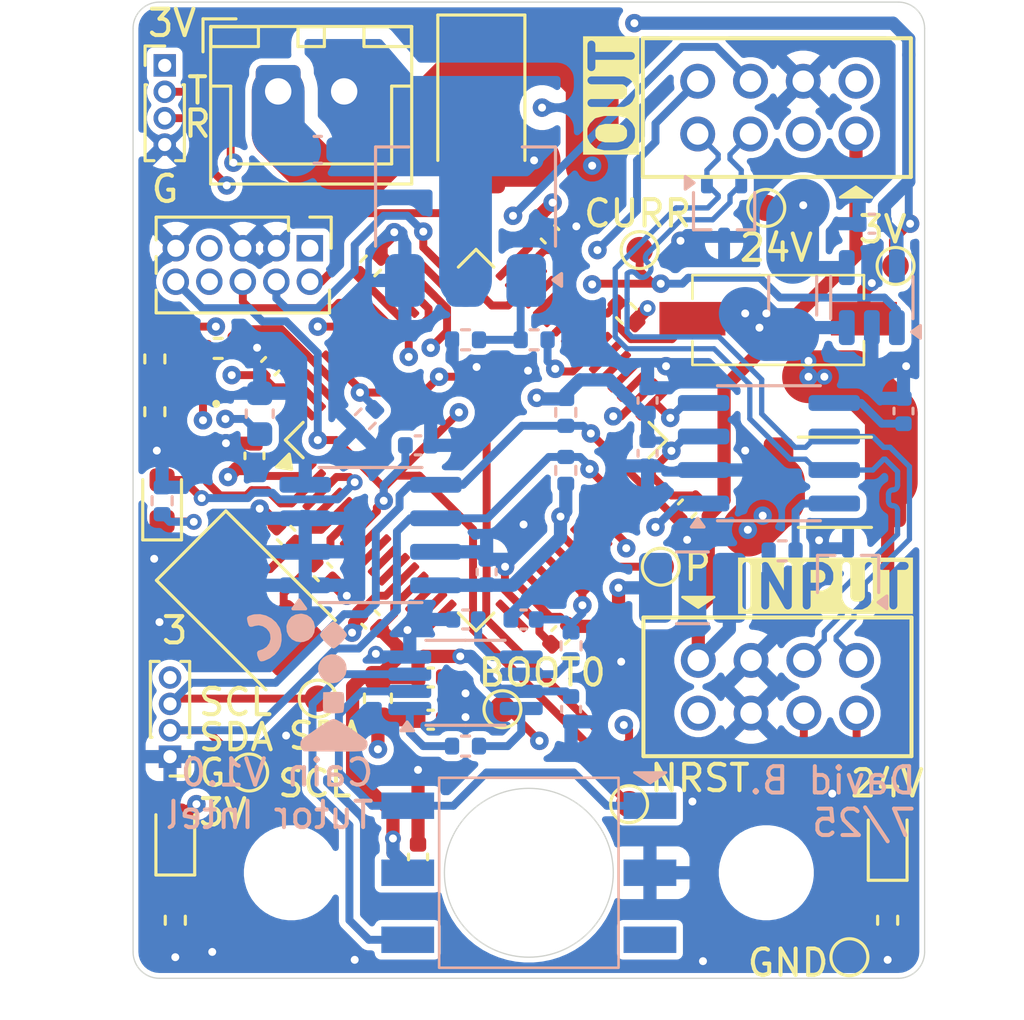
<source format=kicad_pcb>
(kicad_pcb (version 20241229) (generator "pcbnew") (generator_version "9.0")
  (layers (0 "F.Cu" signal) (4 "In1.Cu" power) (6 "In2.Cu" power) (2 "B.Cu" signal) (13 "F.Paste" user) (15 "B.Paste" user) (5 "F.SilkS" user "F.Silkscreen") (7 "B.SilkS" user "B.Silkscreen") (1 "F.Mask" user) (3 "B.Mask" user) (25 "Edge.Cuts" user))
  (net 0 "")
  (net 1 "+3.3V")
  (net 2 "+3.3VA")
  (net 3 "/MCU/HSE IN")
  (net 4 "/MCU/HSE OUT")
  (net 5 "Net-(U2-Vref)")
  (net 6 "Net-(D3-K)")
  (net 7 "Net-(D2-A)")
  (net 8 "Net-(U4-Ref)")
  (net 9 "+24V")
  (net 10 "Net-(D4-GK)")
  (net 11 "Net-(D4-RK)")
  (net 12 "Net-(D4-BK)")
  (net 14 "/MCU/SWO")
  (net 15 "/MCU/SWCLK")
  (net 17 "/MCU/SWDIO")
  (net 18 "Net-(Q1-G)")
  (net 19 "Net-(U2-Rs)")
  (net 20 "Net-(R7-Pad2)")
  (net 21 "Net-(R7-Pad1)")
  (net 22 "Net-(R8-Pad1)")
  (net 31 "Net-(D7-A)")
  (net 54 "Net-(U3-Vo+)")
  (net 56 "Net-(U4--)")
  (net 57 "Net-(D6-K)")
  (net 58 "/CAN2.0/Power/CAN2_RX")
  (net 59 "/CAN2.0/Power/CAN2_TX")
  (net 60 "/EEPROM/EEPROM_SCL")
  (net 61 "/EEPROM/EEPROM_SDA")
  (net 62 "+24V Pre")
  (net 63 "/Current Sense/ADC2{slash}Current")
  (net 64 "GND")
  (net 65 "/CAN2.0/Power/NRST")
  (net 66 "/CAN2.0/Power/3.3IN")
  (net 67 "/CAN2.0/Power/24IN")
  (net 68 "/MCU/BOOT0")
  (net 69 "/MCU/BOOT1")
  (net 70 "/CAN2.0/Power/CAN-")
  (net 71 "/CAN2.0/Power/CAN+")
  (net 72 "/MCU/Solenoid")
  (net 74 "/MCU/Button")
  (net 75 "/MCU/ADC1{slash}Pressure")
  (net 76 "/MCU/LED_BLUE")
  (net 77 "/MCU/LED_GREEN")
  (net 78 "/MCU/LED_RED")
  (net 79 "/MCU/UART_RX")
  (net 80 "/MCU/UART_TX")
  (net 81 "Net-(D7-K)")
  (footprint "LED_SMD:LED_0603_1608Metric" (layer "F.Cu") (at 166.6 112.8 90)
    (property "Reference" "D6" (hide yes))
    (property "Value" "RED")
  )
  (footprint "Crystal:Crystal_SMD_5032-2Pin_5.0x3.2mm" (layer "F.Cu") (at 142.4 103.8 -45)
    (property "Reference" "Y1" (hide yes))
    (property "Value" "X50328MSB2GI (8Mhz)")
  )
  (footprint "Inductor_SMD:L_0603_1608Metric" (layer "F.Cu") (at 147.28 107.3875 -90)
    (property "Reference" "FB1" (hide yes))
    (property "Value" "120R")
  )
  (footprint "TestPoint:TestPoint_Pad_D1.0mm" (layer "F.Cu") (at 157.2 90.4)
    (property "Reference" "TP8" (hide yes))
    (property "Value" "TestPoint")
  )
  (footprint "Capacitor_SMD:C_0402_1005Metric" (layer "F.Cu") (at 145.2 102.6 -45)
    (property "Reference" "C11" (hide yes))
    (property "Value" "18p")
  )
  (footprint "TestPoint:TestPoint_Pad_D1.0mm" (layer "F.Cu") (at 145 107.4)
    (property "Reference" "TP7" (hide yes))
    (property "Value" "TestPoint")
  )
  (footprint "Resistor_SMD:R_0402_1005Metric" (layer "F.Cu") (at 166.6 115.8 -90)
    (property "Reference" "R13" (hide yes))
    (property "Value" "2k")
  )
  (footprint "Package_QFP:LQFP-64_10x10mm_P0.5mm" (layer "F.Cu") (at 151 97.6 45)
    (property "Reference" "U1" (hide yes))
    (property "Value" "STM32F105RBT6")
  )
  (footprint "MountingHole:MountingHole_3.2mm_M3" (layer "F.Cu") (at 144 114)
    (property "Reference" "H1" (hide yes))
    (property "Value" "MountingHole")
  )
  (footprint "Resistor_SMD:R_0402_1005Metric" (layer "F.Cu") (at 138.825 96.525 -90)
    (property "Reference" "R11" (hide yes))
    (property "Value" "100")
  )
  (footprint "TestPoint:TestPoint_Pad_D1.0mm" (layer "F.Cu") (at 162 88.8)
    (property "Reference" "TP3" (hide yes))
    (property "Value" "TestPoint")
  )
  (footprint "LED_SMD:LED_0603_1608Metric" (layer "F.Cu") (at 139.1 99.9 90)
    (property "Reference" "D7" (hide yes))
    (property "Value" "RED")
  )
  (footprint "Resistor_SMD:R_0402_1005Metric" (layer "F.Cu") (at 141.225 94.125)
    (property "Reference" "R9" (hide yes))
    (property "Value" "47")
  )
  (footprint "MountingHole:MountingHole_3.2mm_M3" (layer "F.Cu") (at 162 114)
    (property "Reference" "H2" (hide yes))
    (property "Value" "MountingHole")
  )
  (footprint "Tutor_Common_Parts:CONN_B8B-PHDSS_JST" (layer "F.Cu") (at 159.4225 105.95)
    (property "Reference" "J3" (hide yes))
    (property "Value" "Conn_02x04_Odd_Even")
  )
  (footprint "Fuse:Fuse_1812_4532Metric" (layer "F.Cu") (at 164.6 99.2)
    (property "Reference" "F2" (hide yes))
    (property "Value" "JK-MSMD200-24V")
  )
  (footprint "Connector_PinHeader_1.27mm:PinHeader_2x05_P1.27mm_Vertical" (layer "F.Cu") (at 144.7 90.33 -90)
    (property "Reference" "J1" (hide yes))
    (property "Value" "Conn_ARM_JTAG_SWD_10")
  )
  (footprint "LED_SMD:LED_0603_1608Metric" (layer "F.Cu") (at 139.6 112.6 90)
    (property "Reference" "D3" (hide yes))
    (property "Value" "RED")
  )
  (footprint "TestPoint:TestPoint_Pad_D1.0mm" (layer "F.Cu") (at 158 102.4)
    (property "Reference" "TP1" (hide yes))
    (property "Value" "TestPoint")
  )
  (footprint "Tutor_Common_Parts:CONN_B8B-PHDSS_JST" (layer "F.Cu") (at 165.4 86 180)
    (property "Reference" "J4" (hide yes))
    (property "Value" "Conn_02x04_Odd_Even")
  )
  (footprint "Resistor_SMD:R_0402_1005Metric" (layer "F.Cu") (at 138.825 94.525 90)
    (property "Reference" "R10" (hide yes))
    (property "Value" "47")
  )
  (footprint "Connector_PinHeader_1.00mm:PinHeader_1x04_P1.00mm_Vertical" (layer "F.Cu") (at 139.4 109.6 180)
    (property "Reference" "J5" (hide yes))
    (property "Value" "Conn_01x04_Pin")
  )
  (footprint "Capacitor_SMD:C_0402_1005Metric" (layer "F.Cu") (at 149.28 106.6)
    (property "Reference" "C8" (hide yes))
    (property "Value" "1u")
  )
  (footprint "Resistor_SMD:R_0402_1005Metric" (layer "F.Cu") (at 147 91 45)
    (property "Reference" "R2" (hide yes))
    (property "Value" "10k")
  )
  (footprint "Tutor_Common_Parts:TSB008A2518A" (layer "F.Cu") (at 162.4 93)
    (property "Reference" "SW1" (hide yes))
    (property "Value" "TSB008A2518A")
  )
  (footprint "Capacitor_SMD:C_0402_1005Metric" (layer "F.Cu") (at 154.2 105 -135)
    (property "Reference" "C3" (hide yes))
    (property "Value" "100n")
  )
  (footprint "Connector_PinHeader_1.00mm:PinHeader_1x04_P1.00mm_Vertical" (layer "F.Cu") (at 139.2 83.4)
    (property "Reference" "J6" (hide yes))
    (property "Value" "Conn_01x04_Pin")
  )
  (footprint "Capacitor_SMD:C_0402_1005Metric" (layer "F.Cu") (at 159 100.2 -135)
    (property "Reference" "C2" (hide yes))
    (property "Value" "100n")
  )
  (footprint "Resistor_SMD:R_0402_1005Metric" (layer "F.Cu") (at 156.7 92.8 135)
    (property "Reference" "R16" (hide yes))
    (property "Value" "10k")
  )
  (footprint "Diode_SMD:D_SMA" (layer "F.Cu") (at 151.2 85 -90)
    (property "Reference" "D2" (hide yes))
    (property "Value" "SS16")
  )
  (footprint "TestPoint:TestPoint_Pad_D1.0mm" (layer "F.Cu") (at 156.8 111.4)
    (property "Reference" "TP4" (hide yes))
    (property "Value" "TestPoint")
  )
  (footprint "TestPoint:TestPoint_Pad_D1.0mm" (layer "F.Cu") (at 165.15 117.2)
    (property "Reference" "TP9" (hide yes))
    (property "Value" "TestPoint")
  )
  (footprint "TestPoint:TestPoint_Pad_D1.0mm" (layer "F.Cu") (at 152 107.8)
    (property "Reference" "TP5" (hide yes))
    (property "Value" "TestPoint")
  )
  (footprint "Capacitor_SMD:C_0402_1005Metric" (layer "F.Cu") (at 149.28 108.2)
    (property "Reference" "C9" (hide yes))
    (property "Value" "1u")
  )
  (footprint "TestPoint:TestPoint_Pad_D1.0mm" (layer "F.Cu") (at 166.9 91)
    (property "Reference" "TP2" (hide yes))
    (property "Value" "TestPoint")
  )
  (footprint "Connector_JST:JST_XH_B2B-XH-A_1x02_P2.50mm_Vertical" (layer "F.Cu") (at 143.5 84.385)
    (property "Reference" "J2" (hide yes))
    (property "Value" "Conn_01x02_Socket")
  )
  (footprint "Resistor_SMD:R_0402_1005Metric" (layer "F.Cu") (at 139.6 115.8 -90)
    (property "Reference" "R12" (hide yes))
    (property "Value" "2k")
  )
  (footprint "Capacitor_SMD:C_0402_1005Metric" (layer "F.Cu") (at 143.8 101.2 135)
    (property "Reference" "C10" (hide yes))
    (property "Value" "18p")
  )
  (footprint "Tutor_Common_Parts:LED_01x01" (layer "F.Cu") (at 140.225 95.525 90)
    (property "Reference" "D4" (hide yes))
    (property "Value" "XL-1010RGB-YG")
  )
  (footprint "Capacitor_SMD:C_0402_1005Metric" (layer "F.Cu") (at 147 104.4 135)
    (property "Reference" "C7" (hide yes))
    (property "Value" "10u")
  )
  (footprint "Capacitor_SMD:C_0402_1005Metric" (layer "F.Cu") (at 142.6 98.2 90)
    (property "Reference" "C4" (hide yes))
    (property "Value" "100n")
  )
  (footprint "Capacitor_SMD:C_0402_1005Metric" (layer "F.Cu") (at 143.2 94.8 45)
    (property "Reference" "C5" (hide yes))
    (property "Value" "100n")
  )
  (footprint "TestPoint:TestPoint_Pad_D1.0mm" (layer "F.Cu") (at 142.4 110.2)
    (property "Reference" "TP6" (hide yes))
    (property "Value" "TestPoint")
  )
  (footprint "Capacitor_SMD:C_0402_1005Metric" (layer "F.Cu") (at 153.8 89.8 -45)
    (property "Reference" "C6" (hide yes))
    (property "Value" "100n")
  )
  (footprint "Capacitor_SMD:C_0402_1005Metric" (layer "F.Cu") (at 148.8 113.4 90)
    (property "Reference" "C17" (hide yes))
    (property "Value" "100n")
  )
  (footprint "Package_SO:VSSOP-8_3x3mm_P0.65mm" (layer "B.Cu") (at 150.6 106.8)
    (property "Reference" "U4" (hide yes))
    (property "Value" "INA333AIDRGR")
  )
  (footprint "Capacitor_SMD:C_0402_1005Metric" (layer "B.Cu") (at 154.6 107.8 -90)
    (property "Reference" "C18" (hide yes))
    (property "Value" "100n")
  )
  (footprint "Resistor_SMD:R_0402_1005Metric" (layer "B.Cu") (at 150.6 93.8)
    (property "Reference" "R5" (hide yes))
    (property "Value" "100k")
  )
  (footprint "Capacitor_SMD:C_0402_1005Metric" (layer "B.Cu") (at 167.2 96.5 90)
    (property "Reference" "C15" (hide yes))
    (property "Value" "100n")
  )
  (footprint "Capacitor_SMD:C_0402_1005Metric" (layer "B.Cu") (at 157.5 96.1 90)
    (property "Reference" "C13" (hide yes))
    (property "Value" "1u")
  )
  (footprint "Resistor_SMD:R_1206_3216Metric" (layer "B.Cu") (at 163 92.1375 90)
    (property "Reference" "R15" (hide yes))
    (property "Value" "27m")
  )
  (footprint "Capacitor_SMD:C_0402_1005Metric" (layer "B.Cu") (at 152.8 104.4 180)
    (property "Reference" "C20" (hide yes))
    (property "Value" "100n")
  )
  (footprint "Capacitor_SMD:C_0603_1608Metric" (layer "B.Cu") (at 145 86.6)
    (property "Reference" "C16" (hide yes))
    (property "Value" "100n")
  )
  (footprint "Fuse:Fuse_1210_3225Metric" (layer "B.Cu") (at 159.2 103.2)
    (property "Reference" "F1" (hide yes))
    (property "Value" "MF-NSMF050-2")
  )
  (footprint "Resistor_SMD:R_0402_1005Metric" (layer "B.Cu") (at 153.2 93.8 180)
    (property "Reference" "R4" (hide yes))
    (property "Value" "100")
  )
  (footprint "Resistor_SMD:R_0402_1005Metric" (layer "B.Cu") (at 139.1 99.9 -90)
    (property "Reference" "R17" (hide yes))
    (property "Value" "2k")
  )
  (footprint "Resistor_SMD:R_0402_1005Metric" (layer "B.Cu") (at 154.6 105.4 90)
    (property "Reference" "R8" (hide yes))
    (property "Value" "1k")
  )
  (footprint "Resistor_SMD:R_0402_1005Metric" (layer "B.Cu") (at 146.8 96.8 45)
    (property "Reference" "R1" (hide yes))
    (property "Value" "10k")
  )
  (footprint "Package_SO:SOIC-8_3.9x4.9mm_P1.27mm" (layer "B.Cu") (at 147 101.2)
    (property "Reference" "U5" (hide yes))
    (property "Value" "M24C01-RMN")
  )
  (footprint "Tutor_Common_Parts:Tutor_Logo_Small" (layer "B.Cu") (at 144.6 106.8 180)
    (property "Reference" "G***" (hide yes))
    (property "Value" "LOGO" (hide yes))
  )
  (footprint "Capacitor_SMD:C_0603_1608Metric" (layer "B.Cu") (at 142.8 96.6 90)
    (property "Reference" "C1" (hide yes))
    (property "Value" "4.7u")
  )
  (footprint "Capacitor_SMD:C_0402_1005Metric" (layer "B.Cu") (at 148.8 97.8)
    (property "Reference" "C12" (hide yes))
    (property "Value" "100n")
  )
  (footprint "Capacitor_SMD:C_0402_1005Metric" (layer "B.Cu") (at 157.5 98.1 -90)
    (property "Reference" "C14" (hide yes))
    (property "Value" "100n")
  )
  (footprint "Package_TO_SOT_SMD:SOT-23-5" (layer "B.Cu") (at 166 92.2 90)
    (property "Reference" "U6" (hide yes))
    (property "Value" "INA180A2IDBVR")
  )
  (footprint "Tutor_Common_Parts:GZP168-102S" (layer "B.Cu") (at 153 114 180)
    (property "Reference" "U3" (hide yes))
    (property "Value" "GZP168-102S")
    (fp_circle (center 0 0) (end 3.2 0) (stroke (width 0.05)) (fill no) (layer "Edge.Cuts"))
  )
  (footprint "Resistor_SMD:R_0402_1005Metric" (layer "B.Cu") (at 154.4 96.55 -90)
    (property "Reference" "R6" (hide yes))
    (property "Value" "2k")
  )
  (footprint "Package_TO_SOT_SMD:SOT-323_SC-70" (layer "B.Cu") (at 165.1 102.7 90)
    (property "Reference" "D5" (hide yes))
    (property "Value" "PESD1CAN-UX")
  )
  (footprint "Resistor_SMD:R_0402_1005Metric" (layer "B.Cu") (at 150.6 109.2)
    (property "Reference" "R7" (hide yes))
    (property "Value" "3.45k")
  )
  (footprint "Package_SO:SOIC-8_3.9x4.9mm_P1.27mm" (layer "B.Cu") (at 162.1 98.1)
    (property "Reference" "U2" (hide yes))
    (property "Value" "SN65HVD230DR-JSM")
  )
  (footprint "Resistor_SMD:R_0402_1005Metric" (layer "B.Cu") (at 162.6 101.8 180)
    (property "Reference" "R3" (hide yes))
    (property "Value" "0")
  )
  (footprint "Capacitor_SMD:C_0402_1005Metric" (layer "B.Cu") (at 150.6 104.4 180)
    (property "Reference" "C19" (hide yes))
    (property "Value" "100n")
  )
  (footprint "Capacitor_SMD:C_0402_1005Metric" (layer "B.Cu") (at 166 89.4 180)
    (property "Reference" "C22" (hide yes))
    (property "Value" "100n")
  )
  (footprint "Package_TO_SOT_SMD:SOT-223-3_TabPin2" (layer "B.Cu") (at 150.6 88.4 90)
    (property "Reference" "Q1" (hide yes))
    (property "Value" "STN4NF03L")
  )
  (footprint "Capacitor_SMD:C_0402_1005Metric" (layer "B.Cu") (at 151.4 102.6 90)
    (property "Reference" "C21" (hide yes))
    (property "Value" "100n")
  )
  (footprint "Resistor_SMD:R_0402_1005Metric" (layer "B.Cu") (at 154.4 98.75 90)
    (property "Reference" "R14" (hide yes))
    (property "Value" "2k")
  )
  (footprint "Package_TO_SOT_SMD:SOT-323_SC-70" (layer "B.Cu") (at 160.4 88.9 -90)
    (property "Reference" "D1" (hide yes))
    (property "Value" "PESD1CAN-UX")
  )
  (gr_line (start 139 81) (end 167 81) (stroke (width 0.05)) (layer "Edge.Cuts"))
  (gr_line (start 138 82) (end 138 117) (stroke (width 0.05)) (layer "Edge.Cuts"))
  (gr_line (start 168 82) (end 168 117) (stroke (width 0.05)) (layer "Edge.Cuts"))
  (gr_arc (start 168 117) (mid 167.707107 117.707107) (end 167 118) (stroke (width 0.05)) (layer "Edge.Cuts"))
  (gr_line (start 139 118) (end 167 118) (stroke (width 0.05)) (layer "Edge.Cuts"))
  (gr_arc (start 138 82) (mid 138.292893 81.292893) (end 139 81) (stroke (width 0.05)) (layer "Edge.Cuts"))
  (gr_arc (start 167 81) (mid 167.707107 81.292893) (end 168 82) (stroke (width 0.05)) (layer "Edge.Cuts"))
  (gr_arc (start 139 118) (mid 138.292893 117.707107) (end 138 117) (stroke (width 0.05)) (layer "Edge.Cuts"))
  (gr_text "SCL" (at 140.4 108.12 0) (layer "F.SilkS") (effects (font (size 1 1) (thickness 0.153)) (justify left bottom)))
  (gr_text "SDA" (at 140.4 109.45 0) (layer "F.SilkS") (effects (font (size 1 1) (thickness 0.153)) (justify left bottom)))
  (gr_text "NRST" (at 157.5 111 0) (layer "F.SilkS") (effects (font (size 1 1) (thickness 0.153)) (justify left bottom)))
  (gr_text "3V" (at 165.4 90.2 0) (layer "F.SilkS") (effects (font (size 1 1) (thickness 0.153)) (justify left bottom)))
  (gr_text "INPUT" (at 160.69 104.07 0) (layer "F.SilkS" knockout) (effects (font (size 1.5 1.5) (thickness 0.3) (bold yes)) (justify left bottom)))
  (gr_text "24V" (at 165.1 111.2 0) (layer "F.SilkS") (effects (font (size 1 1) (thickness 0.153)) (justify left bottom)))
  (gr_text "BOOT0" (at 151 107 0) (layer "F.SilkS") (effects (font (size 1 1) (thickness 0.153)) (justify left bottom)))
  (gr_text "3V" (at 138.47 82.38 0) (layer "F.SilkS") (effects (font (size 1 1) (thickness 0.153)) (justify left bottom)))
  (gr_text "G" (at 138.61 88.67 0) (layer "F.SilkS") (effects (font (size 1 1) (thickness 0.153)) (justify left bottom)))
  (gr_text "SDA" (at 143.8 109.4 0) (layer "F.SilkS") (effects (font (size 1 1) (thickness 0.153)) (justify left bottom)))
  (gr_text "GND" (at 161.2 118 0) (layer "F.SilkS") (effects (font (size 1 1) (thickness 0.153)) (justify left bottom)))
  (gr_text "3" (at 139 105.4 0) (layer "F.SilkS") (effects (font (size 1 1) (thickness 0.153)) (justify left bottom)))
  (gr_text "3V" (at 140.4 112.3 0) (layer "F.SilkS") (effects (font (size 1 1) (thickness 0.153)) (justify left bottom)))
  (gr_text "P" (at 158.8 103 0) (layer "F.SilkS") (effects (font (size 1 1) (thickness 0.153)) (justify left bottom)))
  (gr_text "T" (at 139.96 84.94 0) (layer "F.SilkS") (effects (font (size 1 1) (thickness 0.153)) (justify left bottom)))
  (gr_text "OUT" (at 157.07 86.95 90) (layer "F.SilkS" knockout) (effects (font (size 1.5 1.5) (thickness 0.3) (bold yes)) (justify left bottom)))
  (gr_text "24V" (at 160.9 90.9 0) (layer "F.SilkS") (effects (font (size 1 1) (thickness 0.153)) (justify left bottom)))
  (gr_text "R" (at 139.84 86.2 0) (layer "F.SilkS") (effects (font (size 1 1) (thickness 0.153)) (justify left bottom)))
  (gr_text "CURR" (at 155 89.6 0) (layer "F.SilkS") (effects (font (size 1 1) (thickness 0.153)) (justify left bottom)))
  (gr_text "SCL" (at 143.4 111.2 0) (layer "F.SilkS") (effects (font (size 1 1) (thickness 0.153)) (justify left bottom)))
  (gr_text "G" (at 140.4 110.8 0) (layer "F.SilkS") (effects (font (size 1 1) (thickness 0.153)) (justify left bottom)))
  (gr_text "Cain V1.0\nTutor Intel" (at 147.2 112.4 0) (layer "B.SilkS") (effects (font (size 1 1) (thickness 0.153)) (justify left bottom mirror)))
  (gr_text "David B.\n7/25" (at 167.75 112.7 0) (layer "B.SilkS") (effects (font (size 1 1) (thickness 0.153)) (justify left bottom mirror)))
  (segment (start 143.6967 95.6) (end 143.321178 95.6) (width 0.3) (layer "F.Cu") (net 1))
  (segment (start 147.305 108.2) (end 147.28 108.175) (width 0.5) (layer "F.Cu") (net 1))
  (segment (start 140.65 96.85) (end 140.65 96) (width 0.3) (layer "F.Cu") (net 1))
  (segment (start 153.460589 89.039411) (end 153.9 88.6) (width 0.5) (layer "F.Cu") (net 1))
  (segment (start 154.178822 104.3) (end 153.810912 104.3) (width 0.3) (layer "F.Cu") (net 1))
  (segment (start 148.8 108.2) (end 147.305 108.2) (width 0.5) (layer "F.Cu") (net 1))
  (segment (start 152.361181 90.935519) (end 153 90.2967) (width 0.3) (layer "F.Cu") (net 1))
  (segment (start 147.28 109.32) (end 147.28 108.175) (width 0.5) (layer "F.Cu") (net 1))
  (segment (start 143.321178 95.6) (end 142.860589 95.139411) (width 0.3) (layer "F.Cu") (net 1))
  (segment (start 157.664481 98.961181) (end 157.664481 98.747094) (width 0.3) (layer "F.Cu") (net 1))
  (segment (start 166.9 91) (end 166.8 90.9) (width 0.3) (layer "F.Cu") (net 1))
  (segment (start 142.881181 98.961181) (end 142.6 98.68) (width 0.3) (layer "F.Cu") (net 1))
  (segment (start 144.335519 98.961181) (end 142.881181 98.961181) (width 0.3) (layer "F.Cu") (net 1))
  (segment (start 141.92 98.68) (end 141.6 99) (width 0.5) (layer "F.Cu") (net 1))
  (segment (start 159.178822 99.7) (end 158.4033 99.7) (width 0.3) (layer "F.Cu") (net 1))
  (segment (start 157.060624 93.160624) (end 157.060624 93.039376) (width 0.5) (layer "F.Cu") (net 1))
  (segment (start 140.4 111.4) (end 139.9875 111.8125) (width 0.5) (layer "F.Cu") (net 1))
  (segment (start 157.664481 98.747094) (end 158.40358 98.007995) (width 0.3) (layer "F.Cu") (net 1))
  (segment (start 156.4 103.2) (end 156.4 104.2) (width 0.5) (layer "F.Cu") (net 1))
  (segment (start 153.460589 89.460589) (end 153.460589 89.039411) (width 0.5) (layer "F.Cu") (net 1))
  (segment (start 166.8 90.05) (end 167.45 89.4) (width 0.3) (layer "F.Cu") (net 1))
  (segment (start 153.810912 104.3) (end 153.068287 103.557375) (width 0.3) (layer "F.Cu") (net 1))
  (segment (start 144.335519 96.238819) (end 143.6967 95.6) (width 0.3) (layer "F.Cu") (net 1))
  (segment (start 158.4033 99.7) (end 157.664481 98.961181) (width 0.3) (layer "F.Cu") (net 1))
  (segment (start 166.8 90.9) (end 166.8 90.05) (width 0.3) (layer "F.Cu") (net 1))
  (segment (start 157.060624 93.039376) (end 157.5 92.6) (width 0.5) (layer "F.Cu") (net 1))
  (segment (start 142.6 98.68) (end 141.92 98.68) (width 0.5) (layer "F.Cu") (net 1))
  (segment (start 154.539411 104.660589) (end 154.178822 104.3) (width 0.3) (layer "F.Cu") (net 1))
  (segment (start 139.9875 111.8125) (end 139.6 111.8125) (width 0.5) (layer "F.Cu") (net 1))
  (segment (start 153 90.2967) (end 153 89.921178) (width 0.3) (layer "F.Cu") (net 1))
  (segment (start 156.4 104.2) (end 155.939411 104.660589) (width 0.5) (layer "F.Cu") (net 1))
  (segment (start 159.339411 99.860589) (end 159.178822 99.7) (width 0.3) (layer "F.Cu") (net 1))
  (segment (start 155.939411 104.660589) (end 154.539411 104.660589) (width 0.5) (layer "F.Cu") (net 1))
  (segment (start 141.739411 95.139411) (end 142.860589 95.139411) (width 0.3) (layer "F.Cu") (net 1))
  (segment (start 153 89.921178) (end 153.460589 89.460589) (width 0.3) (layer "F.Cu") (net 1))
  (via (at 147.28 109.32) (size 0.7) (drill 0.3) (layers "F.Cu" "B.Cu") (net 1))
  (via (at 140.4 111.4) (size 0.7) (drill 0.3) (layers "F.Cu" "B.Cu") (net 1))
  (via (at 157.5 92.6) (size 0.6) (drill 0.3) (layers "F.Cu" "B.Cu") (net 1))
  (via (at 158.40358 98.007995) (size 0.7) (drill 0.3) (layers "F.Cu" "B.Cu") (net 1))
  (via (at 154.2 100.5) (size 0.7) (drill 0.3) (layers "F.Cu" "B.Cu") (net 1))
  (via (at 157 81.8) (size 0.7) (drill 0.3) (layers "F.Cu" "B.Cu") (net 1))
  (via (at 141.739411 95.139411) (size 0.7) (drill 0.3) (layers "F.Cu" "B.Cu") (net 1))
  (via (at 153.9 88.6) (size 0.7) (drill 0.3) (layers "F.Cu" "B.Cu") (net 1))
  (via (at 141.6 99) (size 0.7) (drill 0.3) (layers "F.Cu" "B.Cu") (net 1))
  (via (at 156.4 103.2) (size 0.7) (drill 0.3) (layers "F.Cu" "B.Cu") (net 1))
  (via (at 140.65 96.85) (size 0.7) (drill 0.3) (layers "F.Cu" "B.Cu") (net 1))
  (via (at 141.5 96.8) (size 0.7) (drill 0.3) (layers "F.Cu" "B.Cu") (net 1))
  (via (at 167.45 89.4) (size 0.7) (drill 0.3) (layers "F.Cu" "B.Cu") (net 1))
  (via (at 153.3 96) (size 0.7) (drill 0.3) (layers "F.Cu" "B.Cu") (net 1))
  (segment (start 166.48 88.72) (end 166.8 88.4) (width 0.5) (layer "B.Cu") (net 1))
  (segment (start 151.421 103.101) (end 152.390364 103.101) (width 0.5) (layer "B.Cu") (net 1))
  (segment (start 157.5 96.58) (end 157.5 97.62) (width 0.5) (layer "B.Cu") (net 1))
  (segment (start 157.5 97.62) (end 158.015585 97.62) (width 0.3) (layer "B.Cu") (net 1))
  (segment (start 142.225 96.8) (end 141.5 96.8) (width 0.3) (layer "B.Cu") (net 1))
  (segment (start 167.4 83) (end 167.4 82.4) (width 0.5) (layer "B.Cu") (net 1))
  (segment (start 154.4 99.26) (end 154.4 100.3) (width 0.5) (layer "B.Cu") (net 1))
  (segment (start 167.4 89.35) (end 167.4 87.8) (width 0.3) (layer "B.Cu") (net 1))
  (segment (start 151.375 103.105) (end 151.4 103.08) (width 0.5) (layer "B.Cu") (net 1))
  (segment (start 154.2 101.291364) (end 154.2 100.5) (width 0.5) (layer "B.Cu") (net 1))
  (segment (start 157.8 103.2) (end 156.4 103.2) (width 0.5) (layer "B.Cu") (net 1))
  (segment (start 151.4 103.08) (end 151.421 103.101) (width 0.5) (layer "B.Cu") (net 1))
  (segment (start 157.310318 96.58) (end 156.048502 95.318184) (width 0.5) (layer "B.Cu") (net 1))
  (segment (start 154.4 95.856398) (end 154.4 96.04) (width 0.5) (layer "B.Cu") (net 1))
  (segment (start 156.048502 95.318184) (end 154.938214 95.318184) (width 0.5) (layer "B.Cu") (net 1))
  (segment (start 158.946575 97.465) (end 158.40358 98.007995) (width 0.3) (layer "B.Cu") (net 1))
  (segment (start 153.34 96.04) (end 154.4 96.04) (width 0.5) (layer "B.Cu") (net 1))
  (segment (start 159.625 97.465) (end 158.946575 97.465) (width 0.3) (layer "B.Cu") (net 1))
  (segment (start 166.95 91.0625) (end 166.95 89.87) (width 0.5) (layer "B.Cu") (net 1))
  (segment (start 167.45 89.4) (end 167.4 89.35) (width 0.3) (layer "B.Cu") (net 1))
  (segment (start 158.015585 97.62) (end 158.40358 98.007995) (width 0.3) (layer "B.Cu") (net 1))
  (segment (start 166.8 88.4) (end 167.4 87.8) (width 0.5) (layer "B.Cu") (net 1))
  (segment (start 167.4 87.8) (end 167.4 83) (width 0.5) (layer "B.Cu") (net 1))
  (segment (start 149.475 103.105) (end 151.375 103.105) (width 0.5) (layer "B.Cu") (net 1))
  (segment (start 154.938214 95.318184) (end 154.4 95.856398) (width 0.5) (layer "B.Cu") (net 1))
  (segment (start 167.4 82.4) (end 166.8 81.8) (width 0.5) (layer "B.Cu") (net 1))
  (segment (start 154.4 100.3) (end 154.2 100.5) (width 0.5) (layer "B.Cu") (net 1))
  (segment (start 166.8 81.8) (end 157 81.8) (width 0.5) (layer "B.Cu") (net 1))
  (segment (start 157.5 96.58) (end 157.310318 96.58) (width 0.5) (layer "B.Cu") (net 1))
  (segment (start 153.3 96) (end 153.34 96.04) (width 0.5) (layer "B.Cu") (net 1))
  (segment (start 152.390364 103.101) (end 154.2 101.291364) (width 0.5) (layer "B.Cu") (net 1))
  (segment (start 166.48 89.4) (end 166.48 88.72) (width 0.5) (layer "B.Cu") (net 1))
  (segment (start 142.8 97.375) (end 142.225 96.8) (width 0.3) (layer "B.Cu") (net 1))
  (segment (start 166.95 89.87) (end 166.48 89.4) (width 0.5) (layer "B.Cu") (net 1))
  (segment (start 147.339411 104.739411) (end 147.9 104.178822) (width 0.3) (layer "F.Cu") (net 2))
  (segment (start 148 105.88) (end 148 105.4) (width 0.5) (layer "F.Cu") (net 2))
  (segment (start 146.66 106.6) (end 147.28 106.6) (width 0.5) (layer "F.Cu") (net 2))
  (segment (start 147.85 111.75) (end 146.32 110.22) (width 0.5) (layer "F.Cu") (net 2))
  (segment (start 147.28 106.6) (end 148 105.88) (width 0.5) (layer "F.Cu") (net 2))
  (segment (start 148.8 106.6) (end 148.8 106) (width 0.5) (layer "F.Cu") (net 2))
  (segment (start 147.85 113.25) (end 148.48 113.88) (width 0.5) (layer "F.Cu") (net 2))
  (segment (start 147.85 112.7) (end 147.85 111.75) (width 0.5) (layer "F.Cu") (net 2))
  (segment (start 146.32 110.22) (end 146.32 106.94) (width 0.5) (layer "F.Cu") (net 2))
  (segment (start 148 105.4) (end 147.339411 104.739411) (width 0.5) (layer "F.Cu") (net 2))
  (segment (start 148.8 106.6) (end 147.28 106.6) (width 0.5) (layer "F.Cu") (net 2))
  (segment (start 147.9 103.88198) (end 148.578159 103.203821) (width 0.3) (layer "F.Cu") (net 2))
  (segment (start 148.8 106) (end 149 105.8) (width 0.5) (layer "F.Cu") (net 2))
  (segment (start 148.48 113.88) (end 148.8 113.88) (width 0.5) (layer "F.Cu") (net 2))
  (segment (start 146.32 106.94) (end 146.66 106.6) (width 0.5) (layer "F.Cu") (net 2))
  (segment (start 147.9 104.178822) (end 147.9 103.88198) (width 0.3) (layer "F.Cu") (net 2))
  (segment (start 147.85 112.7) (end 147.85 113.25) (width 0.5) (layer "F.Cu") (net 2))
  (segment (start 149 105.8) (end 150.4 105.8) (width 0.5) (layer "F.Cu") (net 2))
  (via (at 147.85 112.7) (size 0.6) (drill 0.3) (layers "F.Cu" "B.Cu") (net 2))
  (via (at 150.4 105.8) (size 0.6) (drill 0.3) (layers "F.Cu" "B.Cu") (net 2))
  (segment (start 151.4 106.408636) (end 151.4 106.65163) (width 0.5) (layer "B.Cu") (net 2))
  (segment (start 150.791364 105.8) (end 151.4 106.408636) (width 0.5) (layer "B.Cu") (net 2))
  (segment (start 151.4 106.65163) (end 151.87337 107.125) (width 0.5) (layer "B.Cu") (net 2))
  (segment (start 152.7125 107.125) (end 154.405 107.125) (width 0.3) (layer "B.Cu") (net 2))
  (segment (start 148.41 113.81) (end 148.41 114) (width 0.5) (layer "B.Cu") (net 2))
  (segment (start 151.87337 107.125) (end 152.7125 107.125) (width 0.5) (layer "B.Cu") (net 2))
  (segment (start 150.4 105.8) (end 150.791364 105.8) (width 0.5) (layer "B.Cu") (net 2))
  (segment (start 154.405 107.125) (end 154.6 107.32) (width 0.3) (layer "B.Cu") (net 2))
  (segment (start 147.85 113.25) (end 148.41 113.81) (width 0.5) (layer "B.Cu") (net 2))
  (segment (start 147.85 112.7) (end 147.85 113.25) (width 0.5) (layer "B.Cu") (net 2))
  (segment (start 144.139411 101.539411) (end 144.678822 101) (width 0.3) (layer "F.Cu") (net 3))
  (segment (start 143.18697 102.491852) (end 141.091852 102.491852) (width 0.3) (layer "F.Cu") (net 3))
  (segment (start 145.125126 101) (end 145.749732 100.375394) (width 0.3) (layer "F.Cu") (net 3))
  (segment (start 144.678822 101) (end 145.125126 101) (width 0.3) (layer "F.Cu") (net 3))
  (segment (start 144.139411 101.539411) (end 143.18697 102.491852) (width 0.3) (layer "F.Cu") (net 3))
  (segment (start 145.481362 101.639816) (end 145.481362 101.350872) (width 0.3) (layer "F.Cu") (net 4))
  (segment (start 144.860589 102.260589) (end 143.708148 103.41303) (width 0.3) (layer "F.Cu") (net 4))
  (segment (start 144.860589 102.260589) (end 145.481362 101.639816) (width 0.3) (layer "F.Cu") (net 4))
  (segment (start 145.481362 101.350872) (end 146.103286 100.728948) (width 0.3) (layer "F.Cu") (net 4))
  (segment (start 143.708148 103.41303) (end 143.708148 105.108148) (width 0.3) (layer "F.Cu") (net 4))
  (segment (start 166.38 96.98) (end 167.2 96.98) (width 0.3) (layer "B.Cu") (net 5))
  (segment (start 165.595 96.195) (end 166.38 96.98) (width 0.3) (layer "B.Cu") (net 5))
  (segment (start 164.575 96.195) (end 165.595 96.195) (width 0.3) (layer "B.Cu") (net 5))
  (segment (start 139.6 115.29) (end 139.6 113.3875) (width 0.5) (layer "F.Cu") (net 6))
  (segment (start 151.2 87) (end 153.199 87) (width 2) (layer "F.Cu") (net 7))
  (via (at 153.199 87) (size 0.7) (drill 0.3) (layers "F.Cu" "B.Cu") (net 7))
  (segment (start 150.6 91.55) (end 150.6 85.25) (width 2) (layer "B.Cu") (net 7))
  (segment (start 151.08 105.28) (end 151.08 104.4) (width 0.3) (layer "B.Cu") (net 8))
  (segment (start 151.625 105.825) (end 151.08 105.28) (width 0.3) (layer "B.Cu") (net 8))
  (segment (start 152.7125 105.825) (end 151.625 105.825) (width 0.3) (layer "B.Cu") (net 8))
  (segment (start 155.2 83.8) (end 155.4 84) (width 2) (layer "F.Cu") (net 9))
  (segment (start 162 88.8) (end 163.3 88.8) (width 0.3) (layer "F.Cu") (net 9))
  (segment (start 143.5 86) (end 143.5 84.385) (width 2) (layer "F.Cu") (net 9))
  (segment (start 154.4 83) (end 155.2 83.8) (width 2) (layer "F.Cu") (net 9))
  (segment (start 146.6 87.6) (end 145.1 87.6) (width 2) (layer "F.Cu") (net 9))
  (segment (start 155.4 84) (end 155.4 87.2) (width 2) (layer "F.Cu") (net 9))
  (segment (start 145.1 87.6) (end 143.5 86) (width 2) (layer "F.Cu") (net 9))
  (segment (start 151.2 83) (end 146.6 87.6) (width 2) (layer "F.Cu") (net 9))
  (segment (start 163.3 88.8) (end 163.4 88.7) (width 0.3) (layer "F.Cu") (net 9))
  (segment (start 151.2 83) (end 154.4 83) (width 2) (layer "F.Cu") (net 9))
  (via (at 155.4 87.2) (size 0.7) (drill 0.3) (layers "F.Cu" "B.Cu") (net 9))
  (via (at 163.4 88.7) (size 0.7) (drill 0.3) (layers "F.Cu" "B.Cu") (net 9))
  (segment (start 163.4 88.7) (end 163 89.1) (width 2) (layer "B.Cu") (net 9))
  (segment (start 163 89.1) (end 163 90.675) (width 2) (layer "B.Cu") (net 9))
  (segment (start 143.5 84.385) (end 143.5 85.976) (width 2) (layer "B.Cu") (net 9))
  (segment (start 163.3875 91.0625) (end 163 90.675) (width 0.5) (layer "B.Cu") (net 9))
  (segment (start 165.05 91.0625) (end 163.3875 91.0625) (width 0.5) (layer "B.Cu") (net 9))
  (segment (start 143.5 85.976) (end 144.124 86.6) (width 2) (layer "B.Cu") (net 9))
  (segment (start 138.89 95.1) (end 138.825 95.035) (width 0.3) (layer "F.Cu") (net 10))
  (segment (start 139.8 95.1) (end 138.89 95.1) (width 0.3) (layer "F.Cu") (net 10))
  (segment (start 138.84 96) (end 138.825 96.015) (width 0.3) (layer "F.Cu") (net 11))
  (segment (start 139.8 96) (end 138.84 96) (width 0.3) (layer "F.Cu") (net 11))
  (segment (start 140.65 94.19) (end 140.715 94.125) (width 0.3) (layer "F.Cu") (net 12))
  (segment (start 140.65 95.1) (end 140.65 94.19) (width 0.3) (layer "F.Cu") (net 12))
  (segment (start 145.8 92.4) (end 146.86066 92.4) (width 0.3) (layer "F.Cu") (net 14))
  (segment (start 146.86066 92.4) (end 147.517499 93.056839) (width 0.3) (layer "F.Cu") (net 14))
  (segment (start 145.6 92.6) (end 145.8 92.4) (width 0.3) (layer "F.Cu") (net 14))
  (segment (start 142.16 92.36) (end 142.4 92.6) (width 0.3) (layer "F.Cu") (net 14))
  (segment (start 142.16 91.6) (end 142.16 92.36) (width 0.3) (layer "F.Cu") (net 14))
  (segment (start 142.4 92.6) (end 145.6 92.6) (width 0.3) (layer "F.Cu") (net 14))
  (segment (start 149 90.2967) (end 149.638819 90.935519) (width 0.3) (layer "F.Cu") (net 15))
  (segment (start 149 89.7) (end 149 90.2967) (width 0.3) (layer "F.Cu") (net 15))
  (via (at 149 89.7) (size 0.7) (drill 0.3) (layers "F.Cu" "B.Cu") (net 15))
  (segment (start 146.4 91.188364) (end 146.4 90.2) (width 0.3) (layer "B.Cu") (net 15))
  (segment (start 146.4 90.2) (end 147.5 89.1) (width 0.3) (layer "B.Cu") (net 15))
  (segment (start 148.4 89.1) (end 149 89.7) (width 0.3) (layer "B.Cu") (net 15))
  (segment (start 147.5 89.1) (end 148.4 89.1) (width 0.3) (layer "B.Cu") (net 15))
  (segment (start 143.43 92.23) (end 143.8 92.6) (width 0.3) (layer "B.Cu") (net 15))
  (segment (start 143.8 92.6) (end 144.988364 92.6) (width 0.3) (layer "B.Cu") (net 15))
  (segment (start 144.988364 92.6) (end 146.4 91.188364) (width 0.3) (layer "B.Cu") (net 15))
  (segment (start 143.43 91.6) (end 143.43 92.23) (width 0.3) (layer "B.Cu") (net 15))
  (segment (start 144.7 91.6) (end 145.132 91.6) (width 0.3) (layer "F.Cu") (net 17))
  (segment (start 151.1 90.4) (end 151.1 92) (width 0.3) (layer "F.Cu") (net 17))
  (segment (start 146.708636 89) (end 149.7 89) (width 0.3) (layer "F.Cu") (net 17))
  (segment (start 145.8 89.908636) (end 146.708636 89) (width 0.3) (layer "F.Cu") (net 17))
  (segment (start 145.132 91.6) (end 145.8 90.932) (width 0.3) (layer "F.Cu") (net 17))
  (segment (start 149.7 89) (end 151.1 90.4) (width 0.3) (layer "F.Cu") (net 17))
  (segment (start 152.210912 92.5) (end 153.068287 91.642625) (width 0.3) (layer "F.Cu") (net 17))
  (segment (start 151.1 92) (end 151.6 92.5) (width 0.3) (layer "F.Cu") (net 17))
  (segment (start 151.6 92.5) (end 152.210912 92.5) (width 0.3) (layer "F.Cu") (net 17))
  (segment (start 145.8 90.932) (end 145.8 89.908636) (width 0.3) (layer "F.Cu") (net 17))
  (segment (start 151.11 93.8) (end 152.69 93.8) (width 0.3) (layer "B.Cu") (net 18))
  (segment (start 152.69 93.8) (end 152.69 91.76) (width 0.3) (layer "B.Cu") (net 18))
  (segment (start 152.69 91.76) (end 152.9 91.55) (width 0.3) (layer "B.Cu") (net 18))
  (segment (start 163.11 101.8) (end 163.11 100.29) (width 0.3) (layer "B.Cu") (net 19))
  (segment (start 163.395 100.005) (end 164.575 100.005) (width 0.3) (layer "B.Cu") (net 19))
  (segment (start 163.11 100.29) (end 163.395 100.005) (width 0.3) (layer "B.Cu") (net 19))
  (segment (start 152.7125 108.6875) (end 152.7125 107.775) (width 0.3) (layer "B.Cu") (net 20))
  (segment (start 151.11 109.2) (end 152.2 109.2) (width 0.3) (layer "B.Cu") (net 20))
  (segment (start 152.2 109.2) (end 152.7125 108.6875) (width 0.3) (layer "B.Cu") (net 20))
  (segment (start 149 109.2) (end 148.4875 108.6875) (width 0.3) (layer "B.Cu") (net 21))
  (segment (start 150.09 109.2) (end 149 109.2) (width 0.3) (layer "B.Cu") (net 21))
  (segment (start 148.4875 108.6875) (end 148.4875 107.775) (width 0.3) (layer "B.Cu") (net 21))
  (segment (start 154.035 106.475) (end 154.6 105.91) (width 0.3) (layer "B.Cu") (net 22))
  (segment (start 152.7125 106.475) (end 154.035 106.475) (width 0.3) (layer "B.Cu") (net 22))
  (segment (start 139.1 99.1125) (end 139.9125 99.1125) (width 0.3) (layer "F.Cu") (net 31))
  (segment (start 139.9125 99.1125) (end 140.6 99.8) (width 0.3) (layer "F.Cu") (net 31))
  (segment (start 146.4 99.2) (end 146.2 99) (width 0.3) (layer "F.Cu") (net 31))
  (segment (start 145.710912 99) (end 145.042625 99.668287) (width 0.3) (layer "F.Cu") (net 31))
  (segment (start 146.2 99) (end 145.710912 99) (width 0.3) (layer "F.Cu") (net 31))
  (via (at 146.4 99.2) (size 0.6) (drill 0.3) (layers "F.Cu" "B.Cu") (net 31))
  (via (at 140.6 99.8) (size 0.6) (drill 0.3) (layers "F.Cu" "B.Cu") (net 31))
  (segment (start 140.6 99.8) (end 142.350057 99.8) (width 0.3) (layer "B.Cu") (net 31))
  (segment (start 145.754 99.846) (end 146.4 99.2) (width 0.3) (layer "B.Cu") (net 31))
  (segment (start 143.282744 99.599) (end 143.529744 99.846) (width 0.3) (layer "B.Cu") (net 31))
  (segment (start 143.529744 99.846) (end 145.754 99.846) (width 0.3) (layer "B.Cu") (net 31))
  (segment (start 142.551057 99.599) (end 143.282744 99.599) (width 0.3) (layer "B.Cu") (net 31))
  (segment (start 142.350057 99.8) (end 142.551057 99.599) (width 0.3) (layer "B.Cu") (net 31))
  (segment (start 145.925 106.475) (end 148.4875 106.475) (width 0.3) (layer "B.Cu") (net 54))
  (segment (start 144.8 107.6) (end 145.925 106.475) (width 0.3) (layer "B.Cu") (net 54))
  (segment (start 146.2 112.2) (end 144.8 110.8) (width 0.3) (layer "B.Cu") (net 54))
  (segment (start 146.94 116.54) (end 146.2 115.8) (width 0.3) (layer "B.Cu") (net 54))
  (segment (start 148.41 116.54) (end 146.94 116.54) (width 0.3) (layer "B.Cu") (net 54))
  (segment (start 144.8 110.8) (end 144.8 107.6) (width 0.3) (layer "B.Cu") (net 54))
  (segment (start 146.2 115.8) (end 146.2 112.2) (width 0.3) (layer "B.Cu") (net 54))
  (segment (start 145.8 108) (end 145.8 110.2) (width 0.3) (layer "B.Cu") (net 56))
  (segment (start 146.675 107.125) (end 145.8 108) (width 0.3) (layer "B.Cu") (net 56))
  (segment (start 147.06 111.46) (end 148.41 111.46) (width 0.3) (layer "B.Cu") (net 56))
  (segment (start 150.14 111.46) (end 148.41 111.46) (width 0.3) (layer "B.Cu") (net 56))
  (segment (start 154.7 110.2) (end 151.4 110.2) (width 0.3) (layer "B.Cu") (net 56))
  (segment (start 145.8 110.2) (end 147.06 111.46) (width 0.3) (layer "B.Cu") (net 56))
  (segment (start 157.59 111.46) (end 155.96 111.46) (width 0.3) (layer "B.Cu") (net 56))
  (segment (start 155.96 111.46) (end 154.7 110.2) (width 0.3) (layer "B.Cu") (net 56))
  (segment (start 151.4 110.2) (end 150.14 111.46) (width 0.3) (layer "B.Cu") (net 56))
  (segment (start 148.4875 107.125) (end 146.675 107.125) (width 0.3) (layer "B.Cu") (net 56))
  (segment (start 166.6 113.5875) (end 166.6 115.29) (width 0.5) (layer "F.Cu") (net 57))
  (segment (start 158.360882 96.760882) (end 157.838819 96.238819) (width 0.3) (layer "F.Cu") (net 58))
  (segment (start 157.838819 96.238819) (end 157.664481 96.238819) (width 0.3) (layer "F.Cu") (net 58))
  (via (at 158.360882 96.760882) (size 0.7) (drill 0.3) (layers "F.Cu" "B.Cu") (net 58))
  (segment (start 158.360882 96.760882) (end 158.926764 96.195) (width 0.3) (layer "B.Cu") (net 58))
  (segment (start 158.926764 96.195) (end 159.625 96.195) (width 0.3) (layer "B.Cu") (net 58))
  (segment (start 156.2 96.7) (end 156.496194 96.7) (width 0.3) (layer "F.Cu") (net 59))
  (segment (start 156.496194 96.7) (end 157.310928 95.885266) (width 0.3) (layer "F.Cu") (net 59))
  (via (at 157.8 100.9) (size 0.7) (drill 0.3) (layers "F.Cu" "B.Cu") (net 59))
  (via (at 156.2 96.7) (size 0.7) (drill 0.3) (layers "F.Cu" "B.Cu") (net 59))
  (segment (start 158.695 100.005) (end 157.8 100.9) (width 0.3) (layer "B.Cu") (net 59))
  (segment (start 159.625 100.005) (end 158.695 100.005) (width 0.3) (layer "B.Cu") (net 59))
  (segment (start 140.8 108.6) (end 139.4 108.6) (width 0.3) (layer "F.Cu") (net 60))
  (segment (start 155.3 98.7) (end 155.3 98.71802) (width 0.3) (layer "F.Cu") (net 60))
  (segment (start 142.4 110.2) (end 140.8 108.6) (width 0.3) (layer "F.Cu") (net 60))
  (segment (start 155.3 98.71802) (end 156.603821 100.021841) (width 0.3) (layer "F.Cu") (net 60))
  (via (at 155.3 98.7) (size 0.7) (drill 0.3) (layers "F.Cu" "B.Cu") (net 60))
  (segment (start 149.475 100.565) (end 151.435 100.565) (width 0.3) (layer "B.Cu") (net 60))
  (segment (start 151.435 100.565) (end 153.76 98.24) (width 0.3) (layer "B.Cu") (net 60))
  (segment (start 145.699 105.501) (end 146.548943 105.501) (width 0.3) (layer "B.Cu") (net 60))
  (segment (start 155.3 98.6) (end 154.94 98.24) (width 0.3) (layer "B.Cu") (net 60))
  (segment (start 148 104.049943) (end 148 101.065001) (width 0.3) (layer "B.Cu") (net 60))
  (segment (start 146.548943 105.501) (end 148 104.049943) (width 0.3) (layer "B.Cu") (net 60))
  (segment (start 148 101.065001) (end 148.500001 100.565) (width 0.3) (layer "B.Cu") (net 60))
  (segment (start 139.4 108.6) (end 142.6 108.6) (width 0.3) (layer "B.Cu") (net 60))
  (segment (start 154.94 98.24) (end 154.4 98.24) (width 0.3) (layer "B.Cu") (net 60))
  (segment (start 153.76 98.24) (end 154.4 98.24) (width 0.3) (layer "B.Cu") (net 60))
  (segment (start 148.500001 100.565) (end 149.475 100.565) (width 0.3) (layer "B.Cu") (net 60))
  (segment (start 142.6 108.6) (end 145.699 105.501) (width 0.3) (layer "B.Cu") (net 60))
  (segment (start 155.3 98.7) (end 155.3 98.6) (width 0.3) (layer "B.Cu") (net 60))
  (segment (start 156.3 98.3) (end 156.3 99.010912) (width 0.3) (layer "F.Cu") (net 61))
  (segment (start 155.35 97.35) (end 156.3 98.3) (width 0.3) (layer "F.Cu") (net 61))
  (segment (start 139.6 107.4) (end 139.4 107.6) (width 0.3) (layer "F.Cu") (net 61))
  (segment (start 156.3 99.010912) (end 156.957375 99.668287) (width 0.3) (layer "F.Cu") (net 61))
  (segment (start 145 107.4) (end 139.6 107.4) (width 0.3) (layer "F.Cu") (net 61))
  (via (at 155.35 97.35) (size 0.7) (drill 0.3) (layers "F.Cu" "B.Cu") (net 61))
  (segment (start 148.101 99.694001) (end 148.500001 99.295) (width 0.3) (layer "B.Cu") (net 61))
  (segment (start 152.74 97.06) (end 154.4 97.06) (width 0.3) (layer "B.Cu") (net 61))
  (segment (start 139.4 107.6) (end 140.2 106.8) (width 0.3) (layer "B.Cu") (net 61))
  (segment (start 147.2 103.8) (end 147.2 101.049943) (width 0.3) (layer "B.Cu") (net 61))
  (segment (start 146 104.2) (end 146.8 104.2) (width 0.3) (layer "B.Cu") (net 61))
  (segment (start 143.4 106.8) (end 146 104.2) (width 0.3) (layer "B.Cu") (net 61))
  (segment (start 146.8 104.2) (end 147.2 103.8) (width 0.3) (layer "B.Cu") (net 61))
  (segment (start 147.2 101.049943) (end 148.101 100.148943) (width 0.3) (layer "B.Cu") (net 61))
  (segment (start 155.06 97.06) (end 154.4 97.06) (width 0.3) (layer "B.Cu") (net 61))
  (segment (start 155.35 97.35) (end 155.06 97.06) (width 0.3) (layer "B.Cu") (net 61))
  (segment (start 149.475 99.295) (end 150.505 99.295) (width 0.3) (layer "B.Cu") (net 61))
  (segment (start 148.500001 99.295) (end 149.475 99.295) (width 0.3) (layer "B.Cu") (net 61))
  (segment (start 140.2 106.8) (end 143.4 106.8) (width 0.3) (layer "B.Cu") (net 61))
  (segment (start 148.101 100.148943) (end 148.101 99.694001) (width 0.3) (layer "B.Cu") (net 61))
  (segment (start 150.505 99.295) (end 152.74 97.06) (width 0.3) (layer "B.Cu") (net 61))
  (segment (start 166.6 112.0125) (end 166.6 99.3375) (width 0.5) (layer "F.Cu") (net 62))
  (segment (start 166.7375 96.6) (end 166.7375 99.2) (width 2) (layer "F.Cu") (net 62))
  (segment (start 165.3375 95.2) (end 166.7375 96.6) (width 2) (layer "F.Cu") (net 62))
  (segment (start 164.2 95.2) (end 165.3375 95.2) (width 2) (layer "F.Cu") (net 62))
  (segment (start 166.6 99.3375) (end 166.7375 99.2) (width 0.5) (layer "F.Cu") (net 62))
  (segment (start 163.6 95.2) (end 164.2 95.2) (width 2) (layer "F.Cu") (net 62))
  (via (at 163.6 94.6) (size 0.6) (drill 0.3) (layers "F.Cu" "B.Cu") (net 62))
  (via (at 164.2 95.2) (size 0.6) (drill 0.3) (layers "F.Cu" "B.Cu") (net 62))
  (via (at 162 92.8) (size 0.6) (drill 0.3) (layers "F.Cu" "B.Cu") (net 62))
  (via (at 161.74038 93.34038) (size 0.6) (drill 0.3) (layers "F.Cu" "B.Cu") (net 62))
  (via (at 161.2 92.8) (size 0.7) (drill 0.3) (layers "F.Cu" "B.Cu") (net 62))
  (via (at 163.6 95.2) (size 0.7) (drill 0.3) (layers "F.Cu" "B.Cu") (net 62))
  (segment (start 161.74038 93.34038) (end 162 93.6) (width 2) (layer "B.Cu") (net 62))
  (segment (start 162 93.6) (end 163 93.6) (width 2) (layer "B.Cu") (net 62))
  (segment (start 161.74038 93.34038) (end 161.2 92.8) (width 2) (layer "B.Cu") (net 62))
  (segment (start 165.05 93.3375) (end 163.2625 93.3375) (width 0.5) (layer "B.Cu") (net 62))
  (segment (start 163.2625 93.3375) (end 163 93.6) (width 0.5) (layer "B.Cu") (net 62))
  (segment (start 157.7 91.67313) (end 155.42687 91.67313) (width 0.3) (layer "F.Cu") (net 63))
  (segment (start 156.692004 101.524238) (end 155.896714 100.728948) (width 0.3) (layer "F.Cu") (net 63))
  (segment (start 158 91.67313) (end 157.7 91.67313) (width 0.3) (layer "F.Cu") (net 63))
  (segment (start 156.692004 101.7) (end 156.692004 101.524238) (width 0.3) (layer "F.Cu") (net 63))
  (segment (start 157.2 91.17313) (end 157.7 91.67313) (width 0.3) (layer "F.Cu") (net 63))
  (segment (start 155.42687 91.67313) (end 155.4 91.7) (width 0.3) (layer "F.Cu") (net 63))
  (segment (start 157.2 90.4) (end 157.2 91.17313) (width 0.3) (layer "F.Cu") (net 63))
  (via (at 155.4 91.7) (size 0.7) (drill 0.3) (layers "F.Cu" "B.Cu") (net 63))
  (via (at 158 91.67313) (size 0.7) (drill 0.3) (layers "F.Cu" "B.Cu") (net 63))
  (via (at 156.692004 101.7) (size 0.7) (drill 0.3) (layers "F.Cu" "B.Cu") (net 63))
  (segment (start 158.818234 91.67313) (end 159.042364 91.449) (width 0.3) (layer "B.Cu") (net 63))
  (segment (start 158 91.67313) (end 158.818234 91.67313) (width 0.3) (layer "B.Cu") (net 63))
  (segment (start 162.510602 92.2) (end 166.474999 92.2) (width 0.3) (layer "B.Cu") (net 63))
  (segment (start 166.474999 92.2) (end 166.95 92.675001) (width 0.3) (layer "B.Cu") (net 63))
  (segment (start 166.95 92.675001) (end 166.95 93.3375) (width 0.3) (layer "B.Cu") (net 63))
  (segment (start 159.042364 91.449) (end 161.759602 91.449) (width 0.3) (layer "B.Cu") (net 63))
  (segment (start 161.759602 91.449) (end 162.510602 92.2) (width 0.3) (layer "B.Cu") (net 63))
  (segment (start 144 94.921178) (end 144 95.196194) (width 0.3) (layer "F.Cu") (net 64))
  (segment (start 143.539411 94.460589) (end 143.178822 94.1) (width 0.5) (layer "F.Cu") (net 64))
  (segment (start 158.660589 100.539411) (end 158.660589 101.040589) (width 0.3) (layer "F.Cu") (net 64))
  (segment (start 139.6 116.31) (end 139.6 117.2) (width 0.5) (layer "F.Cu") (net 64))
  (segment (start 148.8 112.92) (end 148.8 110.1) (width 0.5) (layer "F.Cu") (net 64))
  (segment (start 147.899 89.722409) (end 147.4 90.221409) (width 0.5) (layer "F.Cu") (net 64))
  (segment (start 153.4 90.603806) (end 152.714734 91.289072) (width 0.3) (layer "F.Cu") (net 64))
  (segment (start 149.76 106.6) (end 150 106.6) (width 0.5) (layer "F.Cu") (net 64))
  (segment (start 141.52 97.72) (end 142.6 97.72) (width 0.5) (layer "F.Cu") (net 64))
  (segment (start 166.6 116.31) (end 166.6 117.3) (width 0.5) (layer "F.Cu") (net 64))
  (segment (start 147.574874 103.5) (end 148.224606 102.850268) (width 0.3) (layer "F.Cu") (net 64))
  (segment (start 154.139411 90.139411) (end 154.160589 90.139411) (width 0.3) (layer "F.Cu") (net 64))
  (segment (start 165.7 93) (end 165.7 91.95) (width 0.5) (layer "F.Cu") (net 64))
  (segment (start 145.539411 102.939411) (end 146.1 103.5) (width 0.5) (layer "F.Cu") (net 64))
  (segment (start 158.660589 101.040589) (end 159 101.38) (width 0.3) (layer "F.Cu") (net 64))
  (segment (start 146.660589 104.278822) (end 146.4 104.539411) (width 0.5) (layer "F.Cu") (net 64))
  (segment (start 143.178822 94.1) (end 142.7 94.1) (width 0.5) (layer "F.Cu") (net 64))
  (segment (start 165.15 116.65) (end 165.49 116.31) (width 0.3) (layer "F.Cu") (net 64))
  (segment (start 153.878822 90.4) (end 153.6 90.4) (width 0.3) (layer "F.Cu") (net 64))
  (segment (start 149.76 108.2) (end 150.5 108.2) (width 0.5) (layer "F.Cu") (net 64))
  (segment (start 150.5 108.2) (end 150.6 108.1) (width 0.5) (layer "F.Cu") (net 64))
  (segment (start 147.4 90.221409) (end 147.4 90.578752) (width 0.5) (layer "F.Cu") (net 64))
  (segment (start 146.4 104.539411) (end 146.4 104.8) (width 0.5) (layer "F.Cu") (net 64))
  (segment (start 165.49 116.31) (end 166.6 116.31) (width 0.3) (layer "F.Cu") (net 64))
  (segment (start 158.535605 100.539411) (end 157.310928 99.314734) (width 0.3) (layer "F.Cu") (net 64))
  (segment (start 147.4 90.578752) (end 147.339376 90.639376) (width 0.5) (layer "F.Cu") (net 64))
  (segment (start 152.09281 102.40719) (end 152.09281 103.289004) (width 0.3) (layer "F.Cu") (net 64))
  (segment (start 143.460589 100.860589) (end 142.8 100.2) (width 0.5) (layer "F.Cu") (net 64))
  (segment (start 153.4 104.596194) (end 152.714734 103.910928) (width 0.3) (layer "F.Cu") (net 64))
  (segment (start 152.1 102.4) (end 152.09281 102.40719) (width 0.3) (layer "F.Cu") (net 64))
  (segment (start 153.4 104.878822) (end 153.4 104.596194) (width 0.3) (layer "F.Cu") (net 64))
  (segment (start 146.660589 104.060589) (end 146.660589 104.278822) (width 0.5) (layer "F.Cu") (net 64))
  (segment (start 147.221178 103.5) (end 147.574874 103.5) (width 0.3) (layer "F.Cu") (net 64))
  (segment (start 146.660589 104.060589) (end 147.221178 103.5) (width 0.3) (layer "F.Cu") (net 64))
  (segment (start 165.15 117.2) (end 165.15 116.65) (width 0.3) (layer "F.Cu") (net 64))
  (segment (start 143.539411 94.460589) (end 144 94.921178) (width 0.3) (layer "F.Cu") (net 64))
  (segment (start 154.139411 90.139411) (end 153.878822 90.4) (width 0.3) (layer "F.Cu") (net 64))
  (segment (start 147.360624 90.639376) (end 147.339376 90.639376) (width 0.3) (layer "F.Cu") (net 64))
  (segment (start 144 95.196194) (end 144.689072 95.885266) (width 0.3) (layer "F.Cu") (net 64))
  (segment (start 152.09281 103.289004) (end 152.714734 103.910928) (width 0.3) (layer "F.Cu") (net 64))
  (segment (start 165.7 91.95) (end 166 91.65) (width 0.5) (layer "F.Cu") (net 64))
  (segment (start 154.160589 90.139411) (end 154.8 89.5) (width 0.5) (layer "F.Cu") (net 64))
  (segment (start 153.6 90.4) (end 153.4 90.6) (width 0.3) (layer "F.Cu") (net 64))
  (segment (start 153.4 90.6) (end 153.4 90.603806) (width 0.3) (layer "F.Cu") (net 64))
  (segment (start 146.4 104.8) (end 146.3 104.9) (width 0.5) (layer "F.Cu") (net 64))
  (segment (start 153.860589 105.339411) (end 153.4 104.878822) (width 0.3) (layer "F.Cu") (net 64))
  (segment (start 158.660589 100.539411) (end 158.535605 100.539411) (width 0.3) (layer "F.Cu") (net 64))
  (segment (start 150 106.6) (end 150.6 107.2) (width 0.5) (layer "F.Cu") (net 64))
  (via (at 159.6 117.35) (size 0.7) (drill 0.3) (layers "F.Cu" "B.Cu") (net 64))
  (via (at 156.5 106) (size 0.7) (drill 0.3) (layers "F.Cu" "B.Cu") (net 64))
  (via (at 142.8 100.2) (size 0.7) (drill 0.3) (layers "F.Cu" "B.Cu") (net 64))
  (via (at 151.02 94.83) (size 0.7) (drill 0.3) (layers "F.Cu" "B.Cu") (net 64))
  (via (at 139.6 117.2) (size 0.7) (drill 0.3) (layers "F.Cu" "B.Cu") (net 64))
  (via (at 159 101.38) (size 0.7) (drill 0.3) (layers "F.Cu" "B.Cu") (net 64))
  (via (at 141.52 97.72) (size 0.7) (drill 0.3) (layers "F.Cu" "B.Cu") (net 64))
  (via (at 154.8 89.5) (size 0.7) (drill 0.3) (layers "F.Cu" "B.Cu") (net 64))
  (via (at 159.2 111.3) (size 0.7) (drill 0.3) (layers "F.Cu" "B.Cu") (net 64))
  (via (at 146.1 103.5) (size 0.7) (drill 0.3) (layers "F.Cu" "B.Cu") (net 64))
  (via (at 142.7 94.1) (size 0.7) (drill 0.3) (layers "F.Cu" "B.Cu") (net 64))
  (via (at 158.2 94.8) (size 0.7) (drill 0.3) (layers "F.Cu" "B.Cu") (net 64))
  (via (at 138.9 98) (size 0.6) (drill 0.3) (layers "F.Cu" "B.Cu") (net 64))
  (via (at 138.8 102.1) (size 0.6) (drill 0.3) (layers "F.Cu" "B.Cu") (net 64))
  (via (at 152.97 94.97) (size 0.7) (drill 0.3) (layers "F.Cu" "B.Cu") (net 64))
  (via (at 148.4 104.8) (size 0.6) (drill 0.3) (layers "F.Cu" "B.Cu") (net 64))
  (via (at 153.5 85) (size 0.7) (drill 0.3) (layers "F.Cu" "B.Cu") (net 64))
  (via (at 166.6 117.3) (size 0.7) (drill 0.3) (layers "F.Cu" "B.Cu") (net 64))
  (via (at 164.5 111) (size 0.7) (drill 0.3) (layers "F.Cu" "B.Cu") (net 64))
  (via (at 143.8 108.8) (size 0.7) (drill 0.3) (layers "F.Cu" "B.Cu") (net 64))
  (via (at 166 91.65) (size 0.6) (drill 0.3) (layers "F.Cu" "B.Cu") (net 64))
  (via (at 147.2 105.7) (size 0.6) (drill 0.3) (layers "F.Cu" "B.Cu") (net 64))
  (via (at 167.3 94.8) (size 0.7) (drill 0.3) (layers "F.Cu" "B.Cu") (net 64))
  (via (at 141 117) (size 0.7) (drill 0.3) (layers "F.Cu" "B.Cu") (net 64))
  (via (at 146.3 104.9) (size 0.7) (drill 0.3) (layers "F.Cu" "B.Cu") (net 64))
  (via (at 164 101.4) (size 0.6) (drill 0.3) (layers "F.Cu" "B.Cu") (net 64))
  (via (at 147.899 89.722409) (size 0.7) (drill 0.3) (layers "F.Cu" "B.Cu") (net 64))
  (via (at 161.2 98) (size 0.6) (drill 0.3) (layers "F.Cu" "B.Cu") (net 64))
  (via (at 152.8 100.8) (size 0.6) (drill 0.3) (layers "F.Cu" "B.Cu") (net 64))
  (via (at 146.4 117.3) (size 0.7) (drill 0.3) (layers "F.Cu" "B.Cu") (net 64))
  (via (at 152.1 102.4) (size 0.7) (drill 0.3) (layers "F.Cu" "B.Cu") (net 64))
  (via (at 139 104.5) (size 0.7) (drill 0.3) (layers "F.Cu" "B.Cu") (net 64))
  (via (at 158.748008 90.048008) (size 0.7) (drill 0.3) (layers "F.Cu" "B.Cu") (net 64))
  (via (at 148.8 110.1) (size 0.7) (drill 0.3) (layers "F.Cu" "B.Cu") (net 64))
  (via (at 150.6 108.1) (size 0.7) (drill 0.3) (layers "F.Cu" "B.Cu") (net 64))
  (via (at 150.6 107.2) (size 0.7) (drill 0.3) (layers "F.Cu" "B.Cu") (net 64))
  (segment (start 151.115 101.835) (end 151.4 102.12) (width 0.5) (layer "B.Cu") (net 64))
  (segment (start 152.32 104.28) (end 153 103.6) (width 0.5) (layer "B.Cu") (net 64))
  (segment (start 152.32 104.4) (end 152.32 104.28) (width 0.5) (layer "B.Cu") (net 64))
  (segment (start 149.475 101.835) (end 151.115 101.835) (width 0.5) (layer "B.Cu") (net 64))
  (segment (start 156.8 111.4) (end 156.3 110.9) (width 0.3) (layer "F.Cu") (net 65))
  (segment (start 147.23934 100.16066) (end 147.23934 100.3) (width 0.3) (layer "F.Cu") (net 65))
  (segment (start 147.23934 100.3) (end 146.456839 101.082501) (width 0.3) (layer "F.Cu") (net 65))
  (segment (start 156.3 110.2) (end 150.884704 104.784704) (width 0.3) (layer "F.Cu") (net 65))
  (segment (start 150.35 96.55) (end 147.95 98.95) (width 0.3) (layer "F.Cu") (net 65))
  (segment (start 164.5 110.2) (end 156.3 110.2) (width 0.3) (layer "F.Cu") (net 65))
  (segment (start 147.5 99.9) (end 147.23934 100.16066) (width 0.3) (layer "F.Cu") (net 65))
  (segment (start 165.4225 107.95) (end 165.4225 109.2775) (width 0.3) (layer "F.Cu") (net 65))
  (segment (start 147.95 98.95) (end 147.5 99.4) (width 0.3) (layer "F.Cu") (net 65))
  (segment (start 150.884704 100.984704) (end 148.85 98.95) (width 0.3) (layer "F.Cu") (net 65))
  (segment (start 147.5 99.4) (end 145.7 97.6) (width 0.3) (layer "F.Cu") (net 65))
  (segment (start 156.3 110.9) (end 156.3 110.2) (width 0.3) (layer "F.Cu") (net 65))
  (segment (start 148.85 98.95) (end 147.95 98.95) (width 0.3) (layer "F.Cu") (net 65))
  (segment (start 150.884704 104.784704) (end 150.884704 100.984704) (width 0.3) (layer "F.Cu") (net 65))
  (segment (start 165.4225 109.2775) (end 164.5 110.2) (width 0.3) (layer "F.Cu") (net 65))
  (segment (start 147.5 99.4) (end 147.5 99.9) (width 0.3) (layer "F.Cu") (net 65))
  (segment (start 145.7 97.6) (end 145 97.6) (width 0.3) (layer "F.Cu") (net 65))
  (via (at 155.6 90.4) (size 0.7) (drill 0.3) (layers "F.Cu" "B.Cu") (net 65))
  (via (at 145 97.6) (size 0.7) (drill 0.3) (layers "F.Cu" "B.Cu") (net 65))
  (via (at 150.35 96.55) (size 0.7) (drill 0.3) (layers "F.Cu" "B.Cu") (net 65))
  (via (at 147.5 99.9) (size 0.7) (drill 0.3) (layers "F.Cu" "B.Cu") (net 65))
  (segment (start 157.8 85.600001) (end 159.400002 83.999999) (width 0.3) (layer "B.Cu") (net 65))
  (segment (start 157.8 86.3) (end 157.1 87) (width 0.3) (layer "B.Cu") (net 65))
  (segment (start 143.801 93.101) (end 142.901 93.101) (width 0.3) (layer "B.Cu") (net 65))
  (segment (start 142.4 92.6) (end 140.62 92.6) (width 0.3) (layer "B.Cu") (net 65))
  (segment (start 140.62 92.6) (end 139.62 91.6) (width 0.3) (layer "B.Cu") (net 65))
  (segment (start 148.32 98.491872) (end 147.5 99.311872) (width 0.3) (layer "B.Cu") (net 65))
  (segment (start 145 94.3) (end 143.801 93.101) (width 0.3) (layer "B.Cu") (net 65))
  (segment (start 142.901 93.101) (end 142.4 92.6) (width 0.3) (layer "B.Cu") (net 65))
  (segment (start 147.5 99.311872) (end 147.5 99.9) (width 0.3) (layer "B.Cu") (net 65))
  (segment (start 145 97.6) (end 145 94.3) (width 0.3) (layer "B.Cu") (net 65))
  (segment (start 157.8 86.3) (end 157.8 85.600001) (width 0.3) (layer "B.Cu") (net 65))
  (segment (start 157.1 88.9) (end 155.6 90.4) (width 0.3) (layer "B.Cu") (net 65))
  (segment (start 157.1 87) (end 157.1 88.9) (width 0.3) (layer "B.Cu") (net 65))
  (segment (start 148.32 97.8) (end 148.32 98.491872) (width 0.3) (layer "B.Cu") (net 65))
  (segment (start 159.8 100.476218) (end 160.4 99.876218) (width 0.5) (layer "F.Cu") (net 66))
  (segment (start 160.4 95.6) (end 165.4 90.6) (width 0.5) (layer "F.Cu") (net 66))
  (segment (start 165.4 90.6) (end 165.4 86) (width 0.5) (layer "F.Cu") (net 66))
  (segment (start 159.4225 103.9775) (end 159.8 103.6) (width 0.5) (layer "F.Cu") (net 66))
  (segment (start 159.4225 105.95) (end 159.4225 103.9775) (width 0.5) (layer "F.Cu") (net 66))
  (segment (start 160.4 99.876218) (end 160.4 95.6) (width 0.5) (layer "F.Cu") (net 66))
  (segment (start 159.8 103.6) (end 159.8 100.476218) (width 0.5) (layer "F.Cu") (net 66))
  (segment (start 160.6 103.2) (end 160.6 104.7725) (width 0.5) (layer "B.Cu") (net 66))
  (segment (start 160.6 104.7725) (end 159.4225 105.95) (width 0.5) (layer "B.Cu") (net 66))
  (segment (start 161.864121 100.464121) (end 161.314121 101.014121) (width 2) (layer "F.Cu") (net 67))
  (segment (start 162.4625 99.2) (end 162.4625 99.865742) (width 2) (layer "F.Cu") (net 67))
  (segment (start 162.4625 99.865742) (end 161.864121 100.464121) (width 2) (layer "F.Cu") (net 67))
  (via (at 161.3 101) (size 0.7) (drill 0.3) (layers "F.Cu" "B.Cu") (net 67))
  (via (at 161.864121 100.464121) (size 0.7) (drill 0.3) (layers "F.Cu" "B.Cu") (net 67))
  (segment (start 151.385704 104.385704) (end 151.385704 102.914296) (width 0.3) (layer "F.Cu") (net 68))
  (segment (start 146.6 95.8) (end 149 95.8) (width 0.3) (layer "F.Cu") (net 68))
  (segment (start 156.8 109) (end 156.4 109.4) (width 0.3) (layer "F.Cu") (net 68))
  (segment (start 163.4225 108.8775) (end 162.9 109.4) (width 0.3) (layer "F.Cu") (net 68))
  (segment (start 156.8 108.6) (end 156.8 109) (width 0.3) (layer "F.Cu") (net 68))
  (segment (start 152 107.8) (end 152.2 107.8) (width 0.3) (layer "F.Cu") (net 68))
  (segment (start 156.6 108.4) (end 156.8 108.6) (width 0.3) (layer "F.Cu") (net 68))
  (segment (start 151.4 102.9) (end 151.4 96.3) (width 0.3) (layer "F.Cu") (net 68))
  (segment (start 146.6 95.8) (end 146.6 95.674874) (width 0.3) (layer "F.Cu") (net 68))
  (segment (start 151.385704 102.914296) (end 151.4 102.9) (width 0.3) (layer "F.Cu") (net 68))
  (segment (start 146.6 95.674874) (end 145.749732 94.824606) (width 0.3) (layer "F.Cu") (net 68))
  (segment (start 151.4 96.3) (end 150.3 95.2) (width 0.3) (layer "F.Cu") (net 68))
  (segment (start 163.4225 107.95) (end 163.4225 108.8775) (width 0.3) (layer "F.Cu") (net 68))
  (segment (start 162.9 109.4) (end 156.4 109.4) (width 0.3) (layer "F.Cu") (net 68))
  (segment (start 149 95.8) (end 149.6 95.2) (width 0.3) (layer "F.Cu") (net 68))
  (segment (start 150.3 95.2) (end 149.6 95.2) (width 0.3) (layer "F.Cu") (net 68))
  (segment (start 156.4 109.4) (end 151.385704 104.385704) (width 0.3) (layer "F.Cu") (net 68))
  (segment (start 152.2 107.8) (end 153.4 109) (width 0.3) (layer "F.Cu") (net 68))
  (via (at 152.4 89.1) (size 0.7) (drill 0.3) (layers "F.Cu" "B.Cu") (net 68))
  (via (at 146.6 95.8) (size 0.7) (drill 0.3) (layers "F.Cu" "B.Cu") (net 68))
  (via (at 149.6 95.2) (size 0.7) (drill 0.3) (layers "F.Cu" "B.Cu") (net 68))
  (via (at 153.4 109) (size 0.7) (drill 0.3) (layers "F.Cu" "B.Cu") (net 68))
  (via (at 156.6 108.4) (size 0.7) (drill 0.3) (layers "F.Cu" "B.Cu") (net 68))
  (segment (start 158.8 82.7) (end 160.100001 82.7) (width 0.3) (layer "B.Cu") (net 68))
  (segment (start 160.100001 82.7) (end 161.4 83.999999) (width 0.3) (layer "B.Cu") (net 68))
  (segment (start 152.4 89.1) (end 158.8 82.7) (width 0.3) (layer "B.Cu") (net 68))
  (segment (start 147.160624 96.439376) (end 147.160624 96.360624) (width 0.3) (layer "B.Cu") (net 68))
  (segment (start 147.160624 96.360624) (end 146.6 95.8) (width 0.3) (layer "B.Cu") (net 68))
  (segment (start 146.639376 91.360624) (end 146.639376 91.47161) (width 0.3) (layer "F.Cu") (net 69))
  (segment (start 146.639376 91.47161) (end 147.871052 92.703286) (width 0.3) (layer "F.Cu") (net 69))
  (segment (start 158.768198 89.25) (end 159.968198 89.25) (width 0.2) (layer "B.Cu") (net 70))
  (segment (start 164.575 97.465) (end 163.9 97.465) (width 0.2) (layer "B.Cu") (net 70))
  (segment (start 163.093198 97.875) (end 161.825 96.606802) (width 0.2) (layer "B.Cu") (net 70))
  (segment (start 166.802589 97.984391) (end 166.693198 97.875) (width 0.2) (layer "B.Cu") (net 70))
  (segment (start 165.325 104.125) (end 165.325 104.37732) (width 0.2) (layer "B.Cu") (net 70))
  (segment (start 160.208198 93.69) (end 156.908198 93.69) (width 0.2) (layer "B.Cu") (net 70))
  (segment (start 161.4 86) (end 160.625 86.775) (width 0.2) (layer "B.Cu") (net 70))
  (segment (start 161.825 96.606802) (end 161.825 95.306802) (width 0.2) (layer "B.Cu") (net 70))
  (segment (start 161.05 87.374999) (end 161.05 87.9) (width 0.2) (layer "B.Cu") (net 70))
  (segment (start 165.325 104.37732) (end 164.647501 105.054819) (width 0.2) (layer "B.Cu") (net 70))
  (segment (start 165.75 103.036397) (end 166.388265 102.398132) (width 0.2) (layer "B.Cu") (net 70))
  (segment (start 156.725 91.604203) (end 156.725 91.293198) (width 0.2) (layer "B.Cu") (net 70))
  (segment (start 164.647501 105.054819) (end 164.647501 105.175001) (width 0.2) (layer "B.Cu") (net 70))
  (segment (start 166.388265 102.398132) (end 167.425 101.361397) (width 0.2) (layer "B.Cu") (net 70))
  (segment (start 157.488674 90.52952) (end 157.573528 90.444669) (width 0.2) (layer "B.Cu") (net 70))
  (segment (start 157.573528 90.444669) (end 158.768198 89.25) (width 0.2) (layer "B.Cu") (net 70))
  (segment (start 160.625001 88.324999) (end 161.05 87.9) (width 0.2) (layer "B.Cu") (net 70))
  (segment (start 163.49 97.875) (end 163.093198 97.875) (width 0.2) (layer "B.Cu") (net 70))
  (segment (start 165.75 103.7) (end 165.325 104.125) (width 0.2) (layer "B.Cu") (net 70))
  (segment (start 161.825 95.306802) (end 160.208198 93.69) (width 0.2) (layer "B.Cu") (net 70))
  (segment (start 167.425 98.606802) (end 166.802589 97.984391) (width 0.2) (layer "B.Cu") (net 70))
  (segment (start 159.968198 89.25) (end 160.418498 88.7997) (width 0.2) (layer "B.Cu") (net 70))
  (segment (start 160.418498 88.7997) (end 160.625001 88.593197) (width 0.2) (layer "B.Cu") (net 70))
  (segment (start 166.693198 97.875) (end 166.447501 97.875) (width 0.2) (layer "B.Cu") (net 70))
  (segment (start 156.725 93.506802) (end 156.725 92.254203) (width 0.2) (layer "B.Cu") (net 70))
  (segment (start 157.47369 91.363065) (end 157.558542 91.278212) (width 0.2) (layer "B.Cu") (net 70))
  (segment (start 160.625001 88.593197) (end 160.625001 88.324999) (width 0.2) (layer "B.Cu") (net 70))
  (segment (start 167.425 101.361397) (end 167.425 98.606802) (width 0.2) (layer "B.Cu") (net 70))
  (segment (start 157.558542 90.9388) (end 157.488674 90.868932) (width 0.2) (layer "B.Cu") (net 70))
  (segment (start 156.908198 93.69) (end 156.725 93.506802) (width 0.2) (layer "B.Cu") (net 70))
  (segment (start 163.9 97.465) (end 163.49 97.875) (width 0.2) (layer "B.Cu") (net 70))
  (segment (start 157.064411 91.293198) (end 157.134278 91.363065) (width 0.2) (layer "B.Cu") (net 70))
  (segment (start 166.037501 97.465) (end 164.575 97.465) (width 0.2) (layer "B.Cu") (net 70))
  (segment (start 166.447501 97.875) (end 166.037501 97.465) (width 0.2) (layer "B.Cu") (net 70))
  (segment (start 160.625 86.775) (end 160.625 86.949999) (width 0.2) (layer "B.Cu") (net 70))
  (segment (start 164.647501 105.175001) (end 165.4225 105.95) (width 0.2) (layer "B.Cu") (net 70))
  (segment (start 160.625 86.949999) (end 161.05 87.374999) (width 0.2) (layer "B.Cu") (net 70))
  (segment (start 156.725 92.254203) (end 156.725 91.604203) (width 0.2) (layer "B.Cu") (net 70))
  (segment (start 165.75 103.7) (end 165.75 103.036397) (width 0.2) (layer "B.Cu") (net 70))
  (arc (start 156.725 91.293198) (mid 156.894705 91.222904) (end 157.064411 91.293198) (width 0.2) (layer "B.Cu") (net 70))
  (arc (start 157.558542 91.278212) (mid 157.628837 91.108506) (end 157.558542 90.9388) (width 0.2) (layer "B.Cu") (net 70))
  (arc (start 157.488674 90.868932) (mid 157.418379 90.699226) (end 157.488674 90.52952) (width 0.2) (layer "B.Cu") (net 70))
  (arc (start 157.134278 91.363065) (mid 157.303984 91.43336) (end 157.47369 91.363065) (width 0.2) (layer "B.Cu") (net 70))
  (segment (start 156.275 93.693198) (end 156.721802 94.14) (width 0.2) (layer "B.Cu") (net 71))
  (segment (start 160.175 86.775) (end 160.175 86.949999) (width 0.2) (layer "B.Cu") (net 71))
  (segment (start 166.447501 98.325) (end 166.349575 98.422926) (width 0.2) (layer "B.Cu") (net 71))
  (segment (start 159.75 87.374999) (end 159.75 87.9) (width 0.2) (layer "B.Cu") (net 71))
  (segment (start 162.906802 98.325) (end 163.49 98.325) (width 0.2) (layer "B.Cu") (net 71))
  (segment (start 156.721802 94.14) (end 160.021802 94.14) (width 0.2) (layer "B.Cu") (net 71))
  (segment (start 160.175 86.949999) (end 159.75 87.374999) (width 0.2) (layer "B.Cu") (net 71))
  (segment (start 166.506802 98.325) (end 166.447501 98.325) (width 0.2) (layer "B.Cu") (net 71))
  (segment (start 164.875 104.190924) (end 164.197499 104.868425) (width 0.2) (layer "B.Cu") (net 71))
  (segment (start 166.975 101.175) (end 166.975 100.260514) (width 0.2) (layer "B.Cu") (net 71))
  (segment (start 159.4 86) (end 160.175 86.775) (width 0.2) (layer "B.Cu") (net 71))
  (segment (start 160.174999 88.406803) (end 159.781802 88.8) (width 0.2) (layer "B.Cu") (net 71))
  (segment (start 166.975 99.060514) (end 166.975 98.793198) (width 0.2) (layer "B.Cu") (net 71))
  (segment (start 156.275 91.106802) (end 156.275 93.693198) (width 0.2) (layer "B.Cu") (net 71))
  (segment (start 164.197499 104.868425) (end 164.197499 105.175001) (width 0.2) (layer "B.Cu") (net 71))
  (segment (start 160.021802 94.14) (end 161.375 95.493198) (width 0.2) (layer "B.Cu") (net 71))
  (segment (start 164.45 103.7) (end 166.975 101.175) (width 0.2) (layer "B.Cu") (net 71))
  (segment (start 166.975 99.315852) (end 166.975 99.060514) (width 0.2) (layer "B.Cu") (net 71))
  (segment (start 163.49 98.325) (end 163.9 98.735) (width 0.2) (layer "B.Cu") (net 71))
  (segment (start 164.45 103.7) (end 164.875 104.125) (width 0.2) (layer "B.Cu") (net 71))
  (segment (start 160.174999 88.324999) (end 160.174999 88.406803) (width 0.2) (layer "B.Cu") (net 71))
  (segment (start 166.975 98.793198) (end 166.506802 98.325) (width 0.2) (layer "B.Cu") (net 71))
  (segment (start 159.781802 88.8) (end 158.581802 88.8) (width 0.2) (layer "B.Cu") (net 71))
  (segment (start 166.037501 98.735) (end 164.575 98.735) (width 0.2) (layer "B.Cu") (net 71))
  (segment (start 158.581802 88.8) (end 156.275 91.106802) (width 0.2) (layer "B.Cu") (net 71))
  (segment (start 166.349575 98.422926) (end 166.037501 98.735) (width 0.2) (layer "B.Cu") (net 71))
  (segment (start 164.875 104.125) (end 164.875 104.190924) (width 0.2) (layer "B.Cu") (net 71))
  (segment (start 159.75 87.9) (end 160.174999 88.324999) (width 0.2) (layer "B.Cu") (net 71))
  (segment (start 166.630338 99.915852) (end 166.630338 99.660514) (width 0.2) (layer "B.Cu") (net 71))
  (segment (start 161.375 96.793198) (end 162.906802 98.325) (width 0.2) (layer "B.Cu") (net 71))
  (segment (start 163.9 98.735) (end 164.575 98.735) (width 0.2) (layer "B.Cu") (net 71))
  (segment (start 164.197499 105.175001) (end 163.4225 105.95) (width 0.2) (layer "B.Cu") (net 71))
  (segment (start 161.375 95.493198) (end 161.375 96.793198) (width 0.2) (layer "B.Cu") (net 71))
  (arc (start 166.975 100.260514) (mid 166.924525 100.138658) (end 166.802669 100.088183) (width 0.2) (layer "B.Cu") (net 71))
  (arc (start 166.802669 99.488183) (mid 166.924525 99.437708) (end 166.975 99.315852) (width 0.2) (layer "B.Cu") (net 71))
  (arc (start 166.802669 100.088183) (mid 166.680813 100.037708) (end 166.630338 99.915852) (width 0.2) (layer "B.Cu") (net 71))
  (arc (start 166.630338 99.660514) (mid 166.680813 99.538658) (end 166.802669 99.488183) (width 0.2) (layer "B.Cu") (net 71))
  (segment (start 154.66066 95) (end 155.543161 94.117499) (width 0.3) (layer "F.Cu") (net 72))
  (segment (start 154 94.9) (end 154.1 95) (width 0.3) (layer "F.Cu") (net 72))
  (segment (start 154.1 95) (end 154.66066 95) (width 0.3) (layer "F.Cu") (net 72))
  (via (at 154 94.9) (size 0.7) (drill 0.3) (layers "F.Cu" "B.Cu") (net 72))
  (segment (start 153.71 94.61) (end 154 94.9) (width 0.3) (layer "B.Cu") (net 72))
  (segment (start 153.71 93.8) (end 153.71 94.61) (width 0.3) (layer "B.Cu") (net 72))
  (segment (start 154.836054 93.410392) (end 155.446446 92.8) (width 0.3) (layer "F.Cu") (net 74))
  (segment (start 156.868028 93.775544) (end 158.424456 93.775544) (width 0.3) (layer "F.Cu") (net 74))
  (segment (start 155.446446 92.8) (end 155.978752 92.8) (width 0.3) (layer "F.Cu") (net 74))
  (segment (start 156.339376 93.246892) (end 156.868028 93.775544) (width 0.3) (layer "F.Cu") (net 74))
  (segment (start 158.424456 93.775544) (end 159.2 93) (width 0.3) (layer "F.Cu") (net 74))
  (segment (start 155.978752 92.8) (end 156.339376 92.439376) (width 0.3) (layer "F.Cu") (net 74))
  (segment (start 156.339376 92.439376) (end 156.339376 93.246892) (width 0.3) (layer "F.Cu") (net 74))
  (segment (start 155.029605 103.397371) (end 154.128948 102.496714) (width 0.3) (layer "F.Cu") (net 75))
  (segment (start 158 102.4) (end 156.026976 102.4) (width 0.3) (layer "F.Cu") (net 75))
  (segment (start 156.026976 102.4) (end 155.029605 103.397371) (width 0.3) (layer "F.Cu") (net 75))
  (segment (start 155.029605 103.860589) (end 155.029605 103.397371) (width 0.3) (layer "F.Cu") (net 75))
  (via (at 155.029605 103.860589) (size 0.7) (drill 0.3) (layers "F.Cu" "B.Cu") (net 75))
  (segment (start 154.6 104.6) (end 154.4 104.4) (width 0.3) (layer "B.Cu") (net 75))
  (segment (start 154.6 104.6) (end 155.029605 104.170395) (width 0.3) (layer "B.Cu") (net 75))
  (segment (start 155.029605 104.170395) (end 155.029605 103.860589) (width 0.3) (layer "B.Cu") (net 75))
  (segment (start 154.6 104.89) (end 154.6 104.6) (width 0.3) (layer "B.Cu") (net 75))
  (segment (start 154.4 104.4) (end 153.28 104.4) (width 0.3) (layer "B.Cu") (net 75))
  (segment (start 143.61702 93.399) (end 145.396179 95.178159) (width 0.3) (layer "F.Cu") (net 76))
  (segment (start 141.735 93.665) (end 142.001 93.399) (width 0.3) (layer "F.Cu") (net 76))
  (segment (start 141.735 94.125) (end 141.735 93.665) (width 0.3) (layer "F.Cu") (net 76))
  (segment (start 142.001 93.399) (end 143.61702 93.399) (width 0.3) (layer "F.Cu") (net 76))
  (segment (start 145 93.3) (end 145.63934 93.3) (width 0.3) (layer "F.Cu") (net 77))
  (segment (start 138.825 93.575) (end 139 93.4) (width 0.3) (layer "F.Cu") (net 77))
  (segment (start 139 93.4) (end 139.100001 93.299999) (width 0.3) (layer "F.Cu") (net 77))
  (segment (start 138.825 94.015) (end 138.825 93.575) (width 0.3) (layer "F.Cu") (net 77))
  (segment (start 145.63934 93.3) (end 146.456839 94.117499) (width 0.3) (layer "F.Cu") (net 77))
  (segment (start 139.100001 93.299999) (end 141.137693 93.299999) (width 0.3) (layer "F.Cu") (net 77))
  (via (at 141.137693 93.299999) (size 0.7) (drill 0.3) (layers "F.Cu" "B.Cu") (net 77))
  (via (at 145 93.3) (size 0.7) (drill 0.3) (layers "F.Cu" "B.Cu") (net 77))
  (segment (start 144.003806 100) (end 144.689072 99.314734) (width 0.3) (layer "F.Cu") (net 78))
  (segment (start 141.301 99.701) (end 142.299 99.701) (width 0.3) (layer "F.Cu") (net 78))
  (segment (start 140.8 99.2) (end 141.301 99.701) (width 0.3) (layer "F.Cu") (net 78))
  (segment (start 142.299 99.701) (end 142.501 99.499) (width 0.3) (layer "F.Cu") (net 78))
  (segment (start 142.501 99.499) (end 143.090364 99.499) (width 0.3) (layer "F.Cu") (net 78))
  (segment (start 140.8 98.6) (end 140.8 99.2) (width 0.3) (layer "F.Cu") (net 78))
  (segment (start 143.090364 99.499) (end 143.591364 100) (width 0.3) (layer "F.Cu") (net 78))
  (segment (start 143.591364 100) (end 144.003806 100) (width 0.3) (layer "F.Cu") (net 78))
  (segment (start 139.235 97.035) (end 140.8 98.6) (width 0.3) (layer "F.Cu") (net 78))
  (segment (start 138.825 97.035) (end 139.235 97.035) (width 0.3) (layer "F.Cu") (net 78))
  (segment (start 148.448691 94.448061) (end 148.448691 93.718053) (width 0.3) (layer "F.Cu") (net 79))
  (segment (start 140.7 86.1) (end 140 85.4) (width 0.3) (layer "F.Cu") (net 79))
  (segment (start 140 85.4) (end 139.2 85.4) (width 0.3) (layer "F.Cu") (net 79))
  (segment (start 149.200083 92.618103) (end 148.578159 91.996179) (width 0.3) (layer "F.Cu") (net 79))
  (segment (start 148.448691 93.718053) (end 149.200083 92.966661) (width 0.3) (layer "F.Cu") (net 79))
  (segment (start 149.200083 92.966661) (end 149.200083 92.618103) (width 0.3) (layer "F.Cu") (net 79))
  (segment (start 140.7 87.1) (end 140.7 86.1) (width 0.3) (layer "F.Cu") (net 79))
  (segment (start 141.55 87.95) (end 140.7 87.1) (width 0.3) (layer "F.Cu") (net 79))
  (via (at 148.448691 94.448061) (size 0.7) (drill 0.3) (layers "F.Cu" "B.Cu") (net 79))
  (via (at 141.55 87.95) (size 0.7) (drill 0.3) (layers "F.Cu" "B.Cu") (net 79))
  (segment (start 141.80395 87.086569) (end 141.786569 87.086569) (width 0.3) (layer "F.Cu") (net 80))
  (segment (start 149.9 92.610912) (end 148.931713 91.642625) (width 0.3) (layer "F.Cu") (net 80))
  (segment (start 140.6 84.4) (end 139.2 84.4) (width 0.3) (layer "F.Cu") (net 80))
  (segment (start 149.280184 94.103645) (end 149.9 93.483829) (width 0.3) (layer "F.Cu") (net 80))
  (segment (start 149.9 93.483829) (end 149.9 92.610912) (width 0.3) (layer "F.Cu") (net 80))
  (segment (start 141.7 87) (end 141.7 85.5) (width 0.3) (layer "F.Cu") (net 80))
  (segment (start 141.7 85.5) (end 140.6 84.4) (width 0.3) (layer "F.Cu") (net 80))
  (segment (start 141.786569 87.086569) (end 141.7 87) (width 0.3) (layer "F.Cu") (net 80))
  (via (at 141.80395 87.086569) (size 0.7) (drill 0.3) (layers "F.Cu" "B.Cu") (net 80))
  (via (at 149.280184 94.103645) (size 0.7) (drill 0.3) (layers "F.Cu" "B.Cu") (net 80))
  (segment (start 140.2875 100.6875) (end 140.3 100.7) (width 0.3) (layer "F.Cu") (net 81))
  (segment (start 139.1 100.6875) (end 140.2875 100.6875) (width 0.3) (layer "F.Cu") (net 81))
  (via (at 140.3 100.7) (size 0.6) (drill 0.3) (layers "F.Cu" "B.Cu") (net 81))
  (segment (start 140.3 100.7) (end 139.39 100.7) (width 0.3) (layer "B.Cu") (net 81))
  (segment (start 139.39 100.7) (end 139.1 100.41) (width 0.3) (layer "B.Cu") (net 81))
  (zone (net 7) (net_name "Net-(D2-A)") (layer "B.Cu") (priority 3) (connect_pads yes (clearance 0.5)) (min_thickness 0.25) (fill yes (thermal_gap 0.5) (thermal_bridge_width 0.5))
    (polygon (pts (xy 148.6 83.8) (xy 147.4 82.4) (xy 144.5 82.4) (xy 144.5 87.6) (xy 154.2 87.6) (xy 154.2 83.8)))
  )
  (zone (net 64) (net_name "GND") (layers "B.Cu" "In1.Cu") (connect_pads (clearance 0.25)) (min_thickness 0.25) (fill yes (thermal_gap 0.5) (thermal_bridge_width 0.5))
    (polygon (pts (xy 138 81) (xy 168 81) (xy 168 118) (xy 138 118)))
  )
)
</source>
